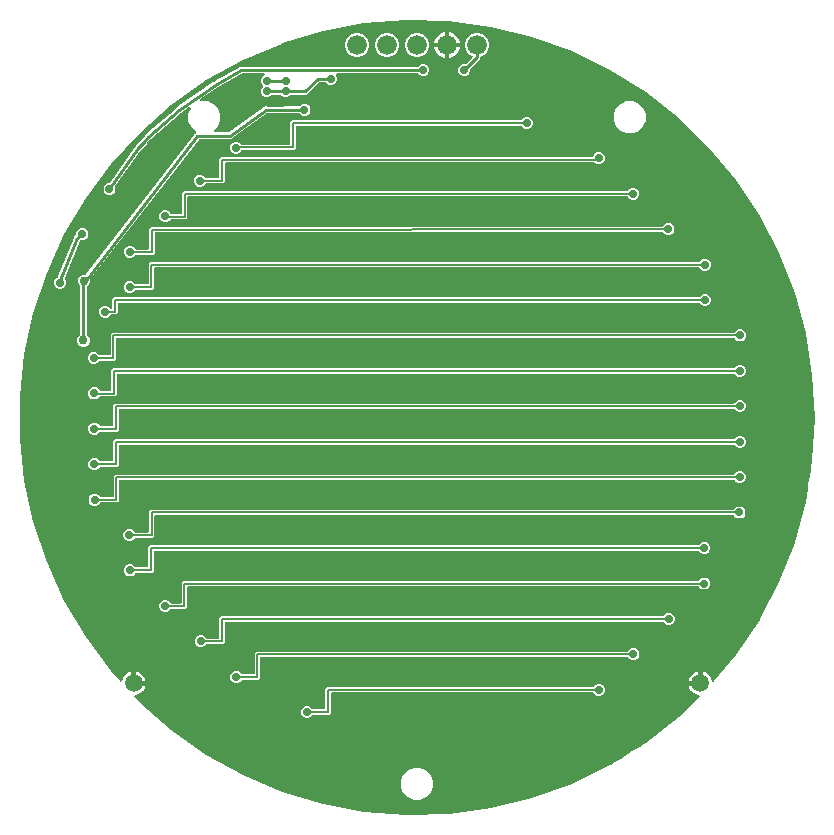
<source format=gbr>
G04 EAGLE Gerber RS-274X export*
G75*
%MOMM*%
%FSLAX34Y34*%
%LPD*%
%INBottom Copper*%
%IPPOS*%
%AMOC8*
5,1,8,0,0,1.08239X$1,22.5*%
G01*
%ADD10C,1.676400*%
%ADD11C,1.500000*%
%ADD12C,0.706400*%
%ADD13C,0.254000*%
%ADD14C,0.756400*%
%ADD15C,0.152400*%

G36*
X366810Y4373D02*
X366810Y4373D01*
X366870Y4383D01*
X366918Y4382D01*
X402333Y9124D01*
X402392Y9141D01*
X402439Y9144D01*
X437150Y17624D01*
X437207Y17647D01*
X437253Y17656D01*
X470866Y29777D01*
X470920Y29806D01*
X470965Y29819D01*
X503099Y45445D01*
X503150Y45479D01*
X503194Y45497D01*
X504346Y46218D01*
X505969Y47234D01*
X507591Y48249D01*
X510836Y50279D01*
X510837Y50279D01*
X512459Y51295D01*
X514082Y52310D01*
X515704Y53325D01*
X515705Y53325D01*
X517327Y54340D01*
X518950Y55356D01*
X522195Y57386D01*
X523817Y58401D01*
X523818Y58401D01*
X525440Y59417D01*
X528685Y61447D01*
X530308Y62462D01*
X531930Y63478D01*
X533484Y64450D01*
X533531Y64489D01*
X533540Y64493D01*
X533543Y64496D01*
X533573Y64512D01*
X561677Y86577D01*
X561720Y86621D01*
X561759Y86648D01*
X578923Y103362D01*
X578984Y103440D01*
X579050Y103512D01*
X579070Y103552D01*
X579097Y103586D01*
X579133Y103678D01*
X579178Y103767D01*
X579186Y103810D01*
X579202Y103851D01*
X579211Y103949D01*
X579229Y104046D01*
X579225Y104090D01*
X579229Y104134D01*
X579211Y104231D01*
X579201Y104329D01*
X579185Y104370D01*
X579177Y104413D01*
X579133Y104501D01*
X579096Y104593D01*
X579069Y104628D01*
X579049Y104667D01*
X578982Y104740D01*
X578922Y104818D01*
X578886Y104844D01*
X578856Y104876D01*
X578772Y104927D01*
X578692Y104985D01*
X578655Y104997D01*
X578613Y105023D01*
X578442Y105069D01*
X578374Y105092D01*
X577649Y105207D01*
X576146Y105695D01*
X574737Y106412D01*
X573459Y107341D01*
X572341Y108459D01*
X571412Y109737D01*
X570695Y111146D01*
X570207Y112649D01*
X570156Y112969D01*
X578984Y112969D01*
X579042Y112977D01*
X579100Y112975D01*
X579182Y112997D01*
X579265Y113009D01*
X579319Y113033D01*
X579375Y113047D01*
X579448Y113090D01*
X579525Y113125D01*
X579569Y113163D01*
X579620Y113193D01*
X579677Y113254D01*
X579742Y113309D01*
X579774Y113357D01*
X579814Y113400D01*
X579853Y113475D01*
X579899Y113545D01*
X579917Y113601D01*
X579944Y113653D01*
X579955Y113721D01*
X579985Y113816D01*
X579988Y113916D01*
X579999Y113984D01*
X579999Y115001D01*
X581016Y115001D01*
X581074Y115009D01*
X581132Y115008D01*
X581214Y115029D01*
X581297Y115041D01*
X581351Y115065D01*
X581407Y115079D01*
X581480Y115122D01*
X581557Y115157D01*
X581601Y115195D01*
X581652Y115225D01*
X581709Y115286D01*
X581774Y115341D01*
X581806Y115389D01*
X581846Y115432D01*
X581885Y115507D01*
X581931Y115577D01*
X581949Y115633D01*
X581976Y115685D01*
X581987Y115753D01*
X582017Y115848D01*
X582020Y115948D01*
X582031Y116016D01*
X582031Y124844D01*
X582351Y124793D01*
X583854Y124305D01*
X585263Y123588D01*
X586541Y122659D01*
X587659Y121541D01*
X588588Y120263D01*
X589305Y118854D01*
X589793Y117351D01*
X589821Y117178D01*
X589862Y117045D01*
X589902Y116912D01*
X589903Y116909D01*
X589904Y116906D01*
X589981Y116789D01*
X590055Y116673D01*
X590058Y116671D01*
X590060Y116668D01*
X590165Y116577D01*
X590270Y116486D01*
X590273Y116484D01*
X590275Y116482D01*
X590402Y116424D01*
X590527Y116366D01*
X590530Y116365D01*
X590533Y116364D01*
X590673Y116343D01*
X590808Y116321D01*
X590811Y116322D01*
X590815Y116321D01*
X590952Y116340D01*
X591090Y116357D01*
X591093Y116358D01*
X591096Y116359D01*
X591222Y116414D01*
X591351Y116469D01*
X591354Y116471D01*
X591357Y116473D01*
X591575Y116654D01*
X591590Y116675D01*
X591605Y116689D01*
X610237Y139162D01*
X610269Y139214D01*
X610302Y139249D01*
X630054Y169025D01*
X630081Y169080D01*
X630109Y169118D01*
X646585Y200824D01*
X646605Y200882D01*
X646629Y200922D01*
X659641Y234200D01*
X659655Y234260D01*
X659675Y234303D01*
X669076Y268776D01*
X669084Y268836D01*
X669099Y268881D01*
X669813Y273310D01*
X670958Y280417D01*
X671448Y283463D01*
X672103Y287524D01*
X672593Y290569D01*
X672593Y290570D01*
X673248Y294631D01*
X673738Y297676D01*
X673738Y297677D01*
X674782Y304151D01*
X674782Y304152D01*
X674783Y304158D01*
X674784Y304219D01*
X674794Y304265D01*
X676696Y339946D01*
X676690Y340007D01*
X676696Y340054D01*
X674794Y375735D01*
X674782Y375795D01*
X674783Y375842D01*
X669099Y411119D01*
X669081Y411177D01*
X669076Y411224D01*
X659675Y445697D01*
X659651Y445753D01*
X659641Y445800D01*
X646629Y479078D01*
X646599Y479131D01*
X646585Y479176D01*
X630109Y510882D01*
X630074Y510932D01*
X630054Y510975D01*
X610302Y540751D01*
X610261Y540797D01*
X610237Y540838D01*
X587432Y568345D01*
X587387Y568386D01*
X587359Y568424D01*
X561759Y593352D01*
X561709Y593388D01*
X561677Y593423D01*
X533573Y615488D01*
X533520Y615519D01*
X533484Y615550D01*
X503194Y634503D01*
X503138Y634528D01*
X503099Y634555D01*
X470965Y650181D01*
X470907Y650200D01*
X470866Y650223D01*
X437253Y662344D01*
X437193Y662357D01*
X437150Y662376D01*
X402439Y670856D01*
X402378Y670862D01*
X402333Y670876D01*
X366917Y675618D01*
X366856Y675618D01*
X366810Y675627D01*
X331091Y676578D01*
X331030Y676571D01*
X330983Y676575D01*
X295365Y673724D01*
X295306Y673711D01*
X295258Y673710D01*
X260146Y667089D01*
X260088Y667070D01*
X260041Y667064D01*
X225830Y656748D01*
X225775Y656723D01*
X225729Y656712D01*
X192809Y642818D01*
X192756Y642787D01*
X192712Y642771D01*
X161455Y625457D01*
X161406Y625420D01*
X161364Y625400D01*
X132125Y604862D01*
X132080Y604820D01*
X132040Y604795D01*
X105149Y581266D01*
X105109Y581219D01*
X105072Y581190D01*
X80835Y554936D01*
X80800Y554885D01*
X80766Y554853D01*
X59457Y526171D01*
X59427Y526117D01*
X59397Y526080D01*
X41257Y495296D01*
X41243Y495262D01*
X41229Y495242D01*
X41224Y495225D01*
X41207Y495200D01*
X26443Y462662D01*
X26425Y462603D01*
X26403Y462561D01*
X15181Y428638D01*
X15170Y428577D01*
X15152Y428533D01*
X7599Y393609D01*
X7595Y393548D01*
X7582Y393503D01*
X3784Y357974D01*
X3786Y357912D01*
X3778Y357866D01*
X3778Y322134D01*
X3787Y322074D01*
X3784Y322026D01*
X7582Y286497D01*
X7597Y286438D01*
X7599Y286391D01*
X15152Y251467D01*
X15174Y251409D01*
X15181Y251362D01*
X26403Y217439D01*
X26431Y217384D01*
X26443Y217338D01*
X41207Y184800D01*
X41240Y184748D01*
X41257Y184704D01*
X59397Y153920D01*
X59435Y153872D01*
X59457Y153829D01*
X80766Y125147D01*
X80809Y125104D01*
X80835Y125064D01*
X88456Y116809D01*
X88543Y116738D01*
X88625Y116662D01*
X88652Y116648D01*
X88676Y116629D01*
X88779Y116585D01*
X88879Y116535D01*
X88909Y116529D01*
X88937Y116517D01*
X89049Y116503D01*
X89159Y116483D01*
X89189Y116486D01*
X89220Y116482D01*
X89330Y116500D01*
X89442Y116511D01*
X89470Y116522D01*
X89500Y116527D01*
X89602Y116575D01*
X89706Y116616D01*
X89730Y116635D01*
X89758Y116648D01*
X89842Y116722D01*
X89931Y116791D01*
X89949Y116815D01*
X89971Y116835D01*
X90032Y116930D01*
X90098Y117020D01*
X90107Y117046D01*
X90125Y117075D01*
X90194Y117306D01*
X90205Y117339D01*
X90207Y117351D01*
X90695Y118854D01*
X91412Y120263D01*
X92341Y121541D01*
X93459Y122659D01*
X94737Y123588D01*
X96146Y124305D01*
X97649Y124793D01*
X97969Y124844D01*
X97969Y116016D01*
X97977Y115958D01*
X97975Y115900D01*
X97997Y115818D01*
X98009Y115735D01*
X98033Y115681D01*
X98047Y115625D01*
X98090Y115552D01*
X98125Y115475D01*
X98163Y115431D01*
X98193Y115380D01*
X98254Y115323D01*
X98309Y115258D01*
X98357Y115226D01*
X98400Y115186D01*
X98475Y115147D01*
X98545Y115101D01*
X98601Y115083D01*
X98653Y115056D01*
X98721Y115045D01*
X98816Y115015D01*
X98916Y115012D01*
X98984Y115001D01*
X100001Y115001D01*
X100001Y113984D01*
X100009Y113926D01*
X100008Y113868D01*
X100029Y113786D01*
X100041Y113703D01*
X100065Y113649D01*
X100079Y113593D01*
X100122Y113520D01*
X100157Y113443D01*
X100195Y113398D01*
X100225Y113348D01*
X100286Y113290D01*
X100341Y113226D01*
X100389Y113194D01*
X100432Y113154D01*
X100507Y113115D01*
X100577Y113069D01*
X100633Y113051D01*
X100685Y113024D01*
X100753Y113013D01*
X100848Y112983D01*
X100948Y112980D01*
X101016Y112969D01*
X109844Y112969D01*
X109793Y112649D01*
X109305Y111146D01*
X108588Y109737D01*
X107659Y108459D01*
X106541Y107341D01*
X105263Y106412D01*
X103854Y105695D01*
X102351Y105207D01*
X101447Y105063D01*
X101378Y105042D01*
X101307Y105031D01*
X101243Y105001D01*
X101175Y104980D01*
X101115Y104941D01*
X101050Y104910D01*
X100997Y104863D01*
X100937Y104825D01*
X100890Y104770D01*
X100836Y104723D01*
X100798Y104663D01*
X100752Y104609D01*
X100722Y104544D01*
X100683Y104483D01*
X100663Y104415D01*
X100633Y104351D01*
X100622Y104280D01*
X100602Y104211D01*
X100601Y104140D01*
X100591Y104070D01*
X100600Y103998D01*
X100600Y103927D01*
X100619Y103858D01*
X100628Y103788D01*
X100657Y103722D01*
X100676Y103653D01*
X100709Y103602D01*
X100742Y103527D01*
X100819Y103435D01*
X100860Y103372D01*
X105072Y98810D01*
X105119Y98771D01*
X105149Y98734D01*
X132040Y75205D01*
X132091Y75171D01*
X132125Y75138D01*
X161364Y54600D01*
X161418Y54572D01*
X161455Y54543D01*
X192712Y37229D01*
X192769Y37207D01*
X192809Y37182D01*
X225729Y23288D01*
X225788Y23273D01*
X225831Y23252D01*
X260041Y12936D01*
X260101Y12927D01*
X260146Y12911D01*
X295258Y6290D01*
X295320Y6287D01*
X295365Y6276D01*
X330983Y3425D01*
X331044Y3429D01*
X331091Y3422D01*
X366810Y4373D01*
G37*
%LPC*%
G36*
X56382Y399996D02*
X56382Y399996D01*
X54431Y400804D01*
X52938Y402297D01*
X52130Y404247D01*
X52130Y406358D01*
X52938Y408309D01*
X54500Y409870D01*
X54552Y409940D01*
X54612Y410004D01*
X54638Y410053D01*
X54671Y410098D01*
X54702Y410179D01*
X54742Y410257D01*
X54750Y410305D01*
X54772Y410363D01*
X54784Y410511D01*
X54797Y410588D01*
X54797Y451037D01*
X54785Y451124D01*
X54782Y451211D01*
X54765Y451264D01*
X54757Y451319D01*
X54722Y451399D01*
X54695Y451482D01*
X54667Y451521D01*
X54641Y451578D01*
X54545Y451692D01*
X54500Y451755D01*
X53483Y452772D01*
X52675Y454723D01*
X52675Y456834D01*
X53483Y458784D01*
X54975Y460277D01*
X56926Y461085D01*
X59080Y461085D01*
X59089Y461086D01*
X59099Y461085D01*
X59230Y461106D01*
X59361Y461125D01*
X59370Y461129D01*
X59380Y461130D01*
X59500Y461187D01*
X59621Y461241D01*
X59628Y461247D01*
X59637Y461251D01*
X59678Y461290D01*
X59838Y461425D01*
X59860Y461458D01*
X59883Y461479D01*
X150954Y579280D01*
X150965Y579300D01*
X150981Y579317D01*
X151035Y579423D01*
X151094Y579527D01*
X151100Y579549D01*
X151110Y579570D01*
X151123Y579645D01*
X151145Y579737D01*
X151813Y580405D01*
X151823Y580418D01*
X151829Y580423D01*
X151847Y580450D01*
X151857Y580464D01*
X151898Y580502D01*
X152490Y581267D01*
X152557Y581385D01*
X152626Y581502D01*
X152627Y581509D01*
X152631Y581514D01*
X152663Y581647D01*
X152696Y581778D01*
X152696Y581784D01*
X152697Y581791D01*
X152691Y581927D01*
X152687Y582062D01*
X152685Y582068D01*
X152685Y582075D01*
X152641Y582203D01*
X152599Y582333D01*
X152596Y582337D01*
X152594Y582344D01*
X152432Y582578D01*
X152415Y582591D01*
X152405Y582606D01*
X148521Y586490D01*
X146459Y591467D01*
X146459Y596853D01*
X148413Y601569D01*
X148448Y601705D01*
X148483Y601839D01*
X148483Y601842D01*
X148484Y601845D01*
X148480Y601980D01*
X148476Y602123D01*
X148476Y602126D01*
X148475Y602129D01*
X148434Y602259D01*
X148391Y602394D01*
X148390Y602397D01*
X148389Y602400D01*
X148313Y602513D01*
X148234Y602631D01*
X148232Y602633D01*
X148231Y602636D01*
X148127Y602723D01*
X148018Y602816D01*
X148015Y602817D01*
X148013Y602819D01*
X147888Y602874D01*
X147759Y602933D01*
X147756Y602933D01*
X147753Y602934D01*
X147615Y602953D01*
X147477Y602973D01*
X147474Y602973D01*
X147472Y602973D01*
X147334Y602953D01*
X147196Y602934D01*
X147193Y602933D01*
X147190Y602932D01*
X146931Y602815D01*
X146912Y602799D01*
X146893Y602790D01*
X140323Y598193D01*
X140280Y598152D01*
X140240Y598128D01*
X114459Y575815D01*
X114378Y575723D01*
X114344Y575691D01*
X114334Y575683D01*
X114333Y575681D01*
X114322Y575671D01*
X111685Y572283D01*
X111675Y572265D01*
X111661Y572251D01*
X111604Y572142D01*
X111543Y572036D01*
X111539Y572017D01*
X111529Y571999D01*
X111516Y571926D01*
X111490Y571816D01*
X110827Y571166D01*
X110780Y571104D01*
X110737Y571065D01*
X110164Y570329D01*
X110156Y570326D01*
X110038Y570294D01*
X110021Y570284D01*
X110002Y570278D01*
X109941Y570235D01*
X109795Y570147D01*
X109760Y570109D01*
X109727Y570086D01*
X106116Y566541D01*
X106047Y566450D01*
X105994Y566397D01*
X84669Y535756D01*
X84645Y535708D01*
X84612Y535664D01*
X84581Y535581D01*
X84541Y535502D01*
X84531Y535449D01*
X84512Y535398D01*
X84505Y535310D01*
X84488Y535223D01*
X84494Y535169D01*
X84489Y535115D01*
X84505Y535045D01*
X84515Y534940D01*
X84550Y534852D01*
X84565Y534788D01*
X84707Y534443D01*
X84707Y532432D01*
X83937Y530573D01*
X82515Y529150D01*
X80656Y528381D01*
X78645Y528381D01*
X76786Y529150D01*
X75364Y530573D01*
X74594Y532432D01*
X74594Y534443D01*
X75364Y536302D01*
X76786Y537724D01*
X78645Y538494D01*
X79235Y538494D01*
X79269Y538499D01*
X79304Y538496D01*
X79410Y538519D01*
X79516Y538534D01*
X79548Y538548D01*
X79582Y538556D01*
X79677Y538606D01*
X79776Y538650D01*
X79802Y538673D01*
X79833Y538689D01*
X79888Y538746D01*
X79993Y538834D01*
X80031Y538892D01*
X80068Y538929D01*
X100938Y568917D01*
X101000Y569038D01*
X101062Y569157D01*
X101063Y569164D01*
X101067Y569171D01*
X101119Y569450D01*
X101118Y569467D01*
X101692Y570030D01*
X101762Y570122D01*
X101814Y570175D01*
X102274Y570836D01*
X102381Y570871D01*
X102510Y570912D01*
X102516Y570916D01*
X102523Y570918D01*
X102758Y571078D01*
X102772Y571094D01*
X102785Y571104D01*
X106549Y574799D01*
X106596Y574860D01*
X106639Y574900D01*
X109431Y578487D01*
X109495Y578600D01*
X109563Y578711D01*
X109566Y578722D01*
X109572Y578734D01*
X109640Y579010D01*
X109639Y579025D01*
X109642Y579038D01*
X109642Y579039D01*
X110234Y579551D01*
X110315Y579644D01*
X110371Y579695D01*
X110852Y580313D01*
X110853Y580313D01*
X110978Y580347D01*
X111105Y580379D01*
X111115Y580384D01*
X111128Y580388D01*
X111371Y580535D01*
X111381Y580547D01*
X111392Y580553D01*
X135708Y601598D01*
X135731Y601624D01*
X135760Y601646D01*
X135824Y601731D01*
X135895Y601812D01*
X135910Y601844D01*
X135931Y601872D01*
X135957Y601946D01*
X135967Y601966D01*
X136797Y602547D01*
X136840Y602588D01*
X136880Y602612D01*
X137641Y603271D01*
X137695Y603274D01*
X137728Y603286D01*
X137763Y603291D01*
X137834Y603325D01*
X137962Y603372D01*
X138019Y603413D01*
X138066Y603436D01*
X167578Y624086D01*
X167606Y624113D01*
X167639Y624133D01*
X167710Y624209D01*
X167786Y624280D01*
X167806Y624313D01*
X167832Y624342D01*
X167865Y624412D01*
X167866Y624415D01*
X168765Y624923D01*
X168809Y624957D01*
X168848Y624975D01*
X169686Y625561D01*
X169724Y625560D01*
X169762Y625570D01*
X169800Y625571D01*
X169874Y625598D01*
X170000Y625629D01*
X170064Y625667D01*
X170116Y625686D01*
X188963Y636328D01*
X189151Y636472D01*
X189182Y636494D01*
X189632Y636945D01*
X189789Y636945D01*
X189880Y636958D01*
X189972Y636961D01*
X190014Y636977D01*
X190070Y636985D01*
X190216Y637050D01*
X190288Y637076D01*
X190424Y637153D01*
X191038Y636982D01*
X191274Y636951D01*
X191310Y636945D01*
X340523Y636945D01*
X340610Y636957D01*
X340697Y636960D01*
X340750Y636977D01*
X340804Y636985D01*
X340884Y637020D01*
X340967Y637047D01*
X341007Y637075D01*
X341064Y637101D01*
X341177Y637197D01*
X341241Y637242D01*
X342436Y638437D01*
X344294Y639207D01*
X346306Y639207D01*
X348164Y638437D01*
X349587Y637014D01*
X350357Y635156D01*
X350357Y633144D01*
X349587Y631286D01*
X348164Y629863D01*
X346306Y629093D01*
X344294Y629093D01*
X342436Y629863D01*
X341241Y631058D01*
X341171Y631110D01*
X341107Y631170D01*
X341058Y631196D01*
X341014Y631229D01*
X340932Y631260D01*
X340854Y631300D01*
X340806Y631308D01*
X340748Y631330D01*
X340600Y631342D01*
X340523Y631355D01*
X272126Y631355D01*
X272012Y631339D01*
X271898Y631329D01*
X271872Y631319D01*
X271844Y631315D01*
X271739Y631268D01*
X271632Y631227D01*
X271610Y631211D01*
X271585Y631199D01*
X271497Y631125D01*
X271406Y631056D01*
X271389Y631033D01*
X271368Y631016D01*
X271304Y630920D01*
X271235Y630828D01*
X271226Y630802D01*
X271210Y630779D01*
X271176Y630669D01*
X271135Y630562D01*
X271133Y630534D01*
X271124Y630508D01*
X271121Y630393D01*
X271112Y630279D01*
X271118Y630254D01*
X271117Y630224D01*
X271184Y629967D01*
X271188Y629951D01*
X272034Y627909D01*
X272034Y625897D01*
X271264Y624039D01*
X269841Y622616D01*
X267983Y621846D01*
X265971Y621846D01*
X264113Y622616D01*
X262918Y623811D01*
X262848Y623864D01*
X262784Y623924D01*
X262735Y623949D01*
X262691Y623982D01*
X262609Y624013D01*
X262531Y624053D01*
X262483Y624061D01*
X262425Y624083D01*
X262277Y624096D01*
X262200Y624108D01*
X257768Y624108D01*
X257682Y624096D01*
X257594Y624093D01*
X257542Y624076D01*
X257487Y624069D01*
X257407Y624033D01*
X257324Y624006D01*
X257285Y623978D01*
X257227Y623952D01*
X257114Y623857D01*
X257051Y623811D01*
X246680Y613440D01*
X233654Y613440D01*
X233567Y613428D01*
X233480Y613425D01*
X233427Y613408D01*
X233373Y613401D01*
X233293Y613365D01*
X233210Y613338D01*
X233170Y613310D01*
X233113Y613284D01*
X233000Y613189D01*
X232936Y613143D01*
X231741Y611948D01*
X229883Y611178D01*
X227871Y611178D01*
X226013Y611948D01*
X224818Y613143D01*
X224748Y613196D01*
X224684Y613256D01*
X224635Y613281D01*
X224591Y613314D01*
X224509Y613345D01*
X224431Y613385D01*
X224383Y613393D01*
X224325Y613415D01*
X224177Y613428D01*
X224100Y613440D01*
X217652Y613440D01*
X217565Y613428D01*
X217478Y613425D01*
X217425Y613408D01*
X217371Y613401D01*
X217291Y613365D01*
X217208Y613338D01*
X217168Y613310D01*
X217111Y613284D01*
X216998Y613189D01*
X216934Y613143D01*
X215739Y611948D01*
X213881Y611178D01*
X211869Y611178D01*
X210011Y611948D01*
X208588Y613371D01*
X207818Y615229D01*
X207818Y617241D01*
X208588Y619100D01*
X209387Y619899D01*
X209422Y619946D01*
X209465Y619986D01*
X209508Y620059D01*
X209558Y620126D01*
X209579Y620181D01*
X209609Y620231D01*
X209629Y620313D01*
X209659Y620392D01*
X209664Y620450D01*
X209679Y620507D01*
X209676Y620591D01*
X209683Y620675D01*
X209671Y620732D01*
X209670Y620791D01*
X209644Y620871D01*
X209627Y620954D01*
X209600Y621006D01*
X209582Y621061D01*
X209542Y621118D01*
X209496Y621206D01*
X209427Y621278D01*
X209387Y621335D01*
X208588Y622134D01*
X207818Y623992D01*
X207818Y626004D01*
X208588Y627863D01*
X210011Y629285D01*
X210293Y629402D01*
X210367Y629446D01*
X210445Y629481D01*
X210489Y629518D01*
X210538Y629547D01*
X210597Y629609D01*
X210662Y629665D01*
X210694Y629712D01*
X210733Y629753D01*
X210772Y629830D01*
X210820Y629901D01*
X210837Y629955D01*
X210863Y630006D01*
X210880Y630090D01*
X210906Y630172D01*
X210907Y630229D01*
X210918Y630285D01*
X210911Y630370D01*
X210913Y630456D01*
X210899Y630511D01*
X210894Y630568D01*
X210863Y630648D01*
X210841Y630731D01*
X210812Y630780D01*
X210792Y630833D01*
X210740Y630902D01*
X210696Y630976D01*
X210654Y631015D01*
X210620Y631060D01*
X210551Y631112D01*
X210489Y631170D01*
X210438Y631196D01*
X210392Y631230D01*
X210312Y631261D01*
X210235Y631300D01*
X210187Y631308D01*
X210126Y631331D01*
X209982Y631342D01*
X209904Y631355D01*
X191791Y631355D01*
X191700Y631342D01*
X191608Y631339D01*
X191566Y631323D01*
X191510Y631315D01*
X191365Y631250D01*
X191292Y631224D01*
X171835Y620237D01*
X171791Y620203D01*
X171752Y620185D01*
X156550Y609548D01*
X156464Y609467D01*
X156375Y609391D01*
X156361Y609371D01*
X156343Y609354D01*
X156282Y609253D01*
X156217Y609155D01*
X156210Y609131D01*
X156197Y609110D01*
X156167Y608996D01*
X156131Y608884D01*
X156131Y608859D01*
X156124Y608835D01*
X156127Y608717D01*
X156124Y608600D01*
X156130Y608576D01*
X156131Y608551D01*
X156166Y608438D01*
X156196Y608325D01*
X156208Y608303D01*
X156216Y608279D01*
X156281Y608181D01*
X156341Y608080D01*
X156359Y608063D01*
X156373Y608042D01*
X156462Y607966D01*
X156548Y607886D01*
X156571Y607874D01*
X156589Y607858D01*
X156697Y607810D01*
X156801Y607756D01*
X156824Y607753D01*
X156849Y607741D01*
X157130Y607701D01*
X157131Y607701D01*
X157133Y607701D01*
X162693Y607701D01*
X167670Y605639D01*
X171479Y601830D01*
X173541Y596853D01*
X173541Y591467D01*
X171479Y586490D01*
X168117Y583128D01*
X168100Y583104D01*
X168077Y583085D01*
X168015Y582991D01*
X167946Y582901D01*
X167936Y582873D01*
X167920Y582849D01*
X167886Y582741D01*
X167845Y582635D01*
X167843Y582606D01*
X167834Y582578D01*
X167831Y582464D01*
X167822Y582352D01*
X167827Y582323D01*
X167827Y582294D01*
X167855Y582184D01*
X167878Y582073D01*
X167891Y582047D01*
X167898Y582019D01*
X167956Y581921D01*
X168009Y581821D01*
X168029Y581799D01*
X168044Y581774D01*
X168126Y581697D01*
X168204Y581615D01*
X168230Y581600D01*
X168251Y581580D01*
X168352Y581528D01*
X168450Y581471D01*
X168478Y581464D01*
X168504Y581450D01*
X168582Y581437D01*
X168725Y581401D01*
X168788Y581403D01*
X168835Y581395D01*
X180212Y581395D01*
X180216Y581395D01*
X180220Y581395D01*
X180358Y581415D01*
X180494Y581435D01*
X180497Y581436D01*
X180501Y581437D01*
X180529Y581450D01*
X180753Y581551D01*
X180778Y581572D01*
X180803Y581584D01*
X210321Y602681D01*
X210392Y602749D01*
X210448Y602789D01*
X211054Y603395D01*
X211124Y603406D01*
X211262Y603425D01*
X211265Y603427D01*
X211269Y603427D01*
X211297Y603441D01*
X211514Y603538D01*
X212350Y603399D01*
X212449Y603397D01*
X212517Y603385D01*
X213431Y603385D01*
X213492Y603362D01*
X213573Y603321D01*
X213618Y603314D01*
X213672Y603293D01*
X213829Y603280D01*
X213905Y603268D01*
X239945Y603461D01*
X240028Y603473D01*
X240112Y603476D01*
X240168Y603494D01*
X240226Y603503D01*
X240303Y603537D01*
X240382Y603563D01*
X240424Y603593D01*
X240485Y603621D01*
X240592Y603712D01*
X240656Y603758D01*
X241886Y604988D01*
X243745Y605758D01*
X245756Y605758D01*
X247615Y604988D01*
X249037Y603566D01*
X249807Y601707D01*
X249807Y599696D01*
X249037Y597837D01*
X247615Y596415D01*
X245756Y595645D01*
X243745Y595645D01*
X241886Y596415D01*
X240726Y597574D01*
X240654Y597629D01*
X240587Y597691D01*
X240541Y597714D01*
X240499Y597745D01*
X240414Y597778D01*
X240333Y597818D01*
X240288Y597826D01*
X240234Y597846D01*
X240077Y597859D01*
X240001Y597871D01*
X213913Y597678D01*
X213835Y597667D01*
X213243Y597667D01*
X213239Y597666D01*
X213235Y597667D01*
X213097Y597646D01*
X212961Y597627D01*
X212958Y597625D01*
X212954Y597625D01*
X212926Y597611D01*
X212702Y597511D01*
X212677Y597489D01*
X212653Y597477D01*
X183315Y576509D01*
X183243Y576441D01*
X183187Y576401D01*
X182582Y575795D01*
X182512Y575785D01*
X182374Y575765D01*
X182370Y575764D01*
X182367Y575763D01*
X182339Y575750D01*
X182122Y575652D01*
X181286Y575791D01*
X181187Y575794D01*
X181119Y575805D01*
X179856Y575805D01*
X155831Y575805D01*
X155821Y575804D01*
X155812Y575805D01*
X155681Y575784D01*
X155549Y575765D01*
X155541Y575762D01*
X155531Y575760D01*
X155411Y575704D01*
X155290Y575649D01*
X155283Y575643D01*
X155274Y575639D01*
X155233Y575601D01*
X155073Y575466D01*
X155051Y575433D01*
X155028Y575411D01*
X63500Y457020D01*
X63489Y457000D01*
X63473Y456983D01*
X63419Y456876D01*
X63360Y456772D01*
X63354Y456750D01*
X63344Y456730D01*
X63331Y456655D01*
X63293Y456496D01*
X63295Y456441D01*
X63288Y456399D01*
X63288Y454723D01*
X62480Y452772D01*
X60977Y451269D01*
X60893Y451219D01*
X60769Y451146D01*
X60767Y451145D01*
X60766Y451144D01*
X60671Y451042D01*
X60573Y450939D01*
X60573Y450938D01*
X60572Y450937D01*
X60509Y450815D01*
X60443Y450686D01*
X60443Y450685D01*
X60442Y450683D01*
X60440Y450669D01*
X60388Y450408D01*
X60391Y450377D01*
X60387Y450352D01*
X60387Y411607D01*
X60397Y411537D01*
X60397Y411465D01*
X60416Y411397D01*
X60426Y411326D01*
X60428Y411323D01*
X60395Y410304D01*
X60406Y410201D01*
X60409Y410097D01*
X60421Y410060D01*
X60425Y410021D01*
X60465Y409925D01*
X60497Y409827D01*
X60517Y409799D01*
X60533Y409758D01*
X60655Y409605D01*
X60692Y409553D01*
X61936Y408309D01*
X62744Y406358D01*
X62744Y404247D01*
X61936Y402297D01*
X60443Y400804D01*
X58493Y399996D01*
X56382Y399996D01*
G37*
%LPD*%
%LPC*%
G36*
X65192Y385477D02*
X65192Y385477D01*
X63334Y386247D01*
X61911Y387670D01*
X61141Y389528D01*
X61141Y391540D01*
X61911Y393399D01*
X63334Y394821D01*
X65192Y395591D01*
X67204Y395591D01*
X69063Y394821D01*
X70485Y393399D01*
X70550Y393241D01*
X70551Y393239D01*
X70552Y393238D01*
X70622Y393119D01*
X70695Y392996D01*
X70696Y392995D01*
X70697Y392993D01*
X70801Y392896D01*
X70901Y392801D01*
X70903Y392800D01*
X70904Y392799D01*
X71028Y392736D01*
X71154Y392671D01*
X71156Y392670D01*
X71157Y392670D01*
X71172Y392667D01*
X71433Y392616D01*
X71464Y392618D01*
X71488Y392614D01*
X79542Y392614D01*
X79600Y392622D01*
X79658Y392621D01*
X79740Y392642D01*
X79823Y392654D01*
X79877Y392678D01*
X79933Y392693D01*
X80006Y392736D01*
X80083Y392770D01*
X80127Y392808D01*
X80178Y392838D01*
X80235Y392899D01*
X80300Y392954D01*
X80332Y393002D01*
X80372Y393045D01*
X80410Y393120D01*
X80457Y393190D01*
X80475Y393246D01*
X80501Y393298D01*
X80513Y393366D01*
X80543Y393461D01*
X80546Y393561D01*
X80557Y393629D01*
X80557Y410496D01*
X81896Y411835D01*
X608340Y411835D01*
X608342Y411835D01*
X608344Y411835D01*
X608487Y411856D01*
X608622Y411875D01*
X608623Y411876D01*
X608625Y411876D01*
X608755Y411935D01*
X608881Y411991D01*
X608882Y411992D01*
X608884Y411993D01*
X608990Y412083D01*
X609098Y412175D01*
X609099Y412176D01*
X609100Y412177D01*
X609109Y412191D01*
X609254Y412409D01*
X610680Y413835D01*
X612539Y414605D01*
X614551Y414605D01*
X616409Y413835D01*
X617832Y412413D01*
X618601Y410554D01*
X618601Y408543D01*
X617832Y406684D01*
X616409Y405262D01*
X614551Y404492D01*
X612539Y404492D01*
X610680Y405262D01*
X609237Y406704D01*
X609206Y406758D01*
X609134Y406880D01*
X609133Y406881D01*
X609132Y406882D01*
X609027Y406981D01*
X608927Y407075D01*
X608926Y407076D01*
X608924Y407077D01*
X608797Y407142D01*
X608674Y407205D01*
X608673Y407205D01*
X608671Y407206D01*
X608656Y407209D01*
X608396Y407260D01*
X608365Y407258D01*
X608340Y407262D01*
X86146Y407262D01*
X86088Y407253D01*
X86029Y407255D01*
X85948Y407234D01*
X85864Y407222D01*
X85811Y407198D01*
X85754Y407183D01*
X85682Y407140D01*
X85605Y407106D01*
X85560Y407068D01*
X85510Y407038D01*
X85452Y406976D01*
X85388Y406922D01*
X85355Y406873D01*
X85315Y406831D01*
X85277Y406755D01*
X85230Y406685D01*
X85213Y406629D01*
X85186Y406577D01*
X85175Y406509D01*
X85144Y406414D01*
X85142Y406314D01*
X85130Y406246D01*
X85130Y389380D01*
X83791Y388041D01*
X71276Y388041D01*
X71190Y388028D01*
X71102Y388026D01*
X71049Y388008D01*
X70995Y388001D01*
X70915Y387965D01*
X70832Y387938D01*
X70792Y387910D01*
X70735Y387884D01*
X70622Y387789D01*
X70558Y387743D01*
X69062Y386247D01*
X67204Y385477D01*
X65192Y385477D01*
G37*
%LPD*%
%LPC*%
G36*
X65802Y355377D02*
X65802Y355377D01*
X63943Y356147D01*
X62521Y357569D01*
X61751Y359428D01*
X61751Y361439D01*
X62521Y363298D01*
X63943Y364720D01*
X65802Y365490D01*
X67814Y365490D01*
X69672Y364720D01*
X71095Y363298D01*
X71107Y363267D01*
X71108Y363266D01*
X71109Y363264D01*
X71179Y363147D01*
X71252Y363023D01*
X71253Y363021D01*
X71254Y363020D01*
X71358Y362922D01*
X71459Y362827D01*
X71460Y362827D01*
X71461Y362826D01*
X71588Y362760D01*
X71711Y362697D01*
X71713Y362697D01*
X71714Y362696D01*
X71730Y362694D01*
X71990Y362642D01*
X72021Y362645D01*
X72045Y362641D01*
X80178Y362641D01*
X80236Y362649D01*
X80295Y362647D01*
X80376Y362669D01*
X80460Y362680D01*
X80513Y362704D01*
X80570Y362719D01*
X80642Y362762D01*
X80719Y362797D01*
X80764Y362835D01*
X80814Y362864D01*
X80872Y362926D01*
X80936Y362980D01*
X80969Y363029D01*
X81009Y363072D01*
X81047Y363147D01*
X81094Y363217D01*
X81111Y363273D01*
X81138Y363325D01*
X81149Y363393D01*
X81179Y363488D01*
X81182Y363588D01*
X81193Y363656D01*
X81193Y380528D01*
X82533Y381867D01*
X608072Y381867D01*
X608074Y381867D01*
X608075Y381867D01*
X608215Y381887D01*
X608354Y381907D01*
X608355Y381908D01*
X608357Y381908D01*
X608487Y381967D01*
X608613Y382023D01*
X608614Y382024D01*
X608616Y382025D01*
X608726Y382119D01*
X608830Y382207D01*
X608831Y382208D01*
X608832Y382209D01*
X608841Y382222D01*
X608986Y382441D01*
X610412Y383867D01*
X612271Y384637D01*
X614283Y384637D01*
X616141Y383867D01*
X617564Y382445D01*
X618334Y380586D01*
X618334Y378575D01*
X617564Y376716D01*
X616141Y375293D01*
X614283Y374524D01*
X612271Y374524D01*
X610412Y375293D01*
X608969Y376736D01*
X608939Y376788D01*
X608866Y376912D01*
X608865Y376913D01*
X608864Y376914D01*
X608760Y377012D01*
X608659Y377107D01*
X608658Y377108D01*
X608657Y377109D01*
X608531Y377173D01*
X608406Y377237D01*
X608405Y377237D01*
X608403Y377238D01*
X608388Y377241D01*
X608127Y377292D01*
X608097Y377289D01*
X608072Y377294D01*
X86782Y377294D01*
X86724Y377285D01*
X86666Y377287D01*
X86584Y377266D01*
X86501Y377254D01*
X86447Y377230D01*
X86391Y377215D01*
X86318Y377172D01*
X86241Y377138D01*
X86197Y377100D01*
X86146Y377070D01*
X86089Y377008D01*
X86024Y376954D01*
X85992Y376905D01*
X85952Y376863D01*
X85913Y376787D01*
X85867Y376717D01*
X85849Y376661D01*
X85822Y376609D01*
X85811Y376541D01*
X85781Y376446D01*
X85778Y376346D01*
X85767Y376278D01*
X85767Y359407D01*
X84427Y358067D01*
X71979Y358067D01*
X71978Y358067D01*
X71976Y358067D01*
X71835Y358047D01*
X71698Y358027D01*
X71696Y358027D01*
X71695Y358026D01*
X71566Y357968D01*
X71438Y357911D01*
X71437Y357910D01*
X71436Y357909D01*
X71326Y357816D01*
X71221Y357727D01*
X71221Y357726D01*
X71219Y357725D01*
X71211Y357711D01*
X71159Y357633D01*
X69672Y356147D01*
X67814Y355377D01*
X65802Y355377D01*
G37*
%LPD*%
%LPC*%
G36*
X65883Y325443D02*
X65883Y325443D01*
X64025Y326212D01*
X62602Y327635D01*
X61832Y329493D01*
X61832Y331505D01*
X62602Y333364D01*
X64025Y334786D01*
X65883Y335556D01*
X67895Y335556D01*
X69754Y334786D01*
X71197Y333343D01*
X71227Y333292D01*
X71300Y333168D01*
X71301Y333167D01*
X71302Y333165D01*
X71406Y333068D01*
X71507Y332973D01*
X71508Y332972D01*
X71510Y332971D01*
X71635Y332907D01*
X71760Y332843D01*
X71761Y332842D01*
X71763Y332842D01*
X71778Y332839D01*
X72039Y332788D01*
X72069Y332790D01*
X72094Y332786D01*
X82029Y332786D01*
X82087Y332794D01*
X82146Y332793D01*
X82227Y332814D01*
X82311Y332826D01*
X82364Y332850D01*
X82421Y332865D01*
X82493Y332908D01*
X82570Y332942D01*
X82615Y332980D01*
X82665Y333010D01*
X82723Y333071D01*
X82787Y333126D01*
X82820Y333174D01*
X82860Y333217D01*
X82898Y333292D01*
X82945Y333362D01*
X82963Y333418D01*
X82989Y333470D01*
X83001Y333538D01*
X83031Y333633D01*
X83033Y333733D01*
X83045Y333801D01*
X83045Y350550D01*
X84384Y351889D01*
X608179Y351889D01*
X608180Y351889D01*
X608182Y351889D01*
X608321Y351909D01*
X608460Y351929D01*
X608462Y351930D01*
X608463Y351930D01*
X608593Y351989D01*
X608720Y352045D01*
X608721Y352046D01*
X608722Y352047D01*
X608832Y352141D01*
X608937Y352229D01*
X608938Y352230D01*
X608939Y352231D01*
X608947Y352244D01*
X609093Y352463D01*
X610519Y353889D01*
X612378Y354659D01*
X614389Y354659D01*
X616248Y353889D01*
X617670Y352467D01*
X618440Y350608D01*
X618440Y348596D01*
X617670Y346738D01*
X616248Y345315D01*
X614389Y344546D01*
X612378Y344546D01*
X610519Y345315D01*
X609076Y346758D01*
X609045Y346810D01*
X608972Y346934D01*
X608971Y346935D01*
X608970Y346936D01*
X608866Y347034D01*
X608766Y347129D01*
X608764Y347130D01*
X608763Y347131D01*
X608637Y347195D01*
X608513Y347259D01*
X608511Y347259D01*
X608510Y347260D01*
X608495Y347263D01*
X608234Y347314D01*
X608203Y347311D01*
X608179Y347316D01*
X88633Y347316D01*
X88575Y347307D01*
X88517Y347309D01*
X88435Y347288D01*
X88352Y347276D01*
X88298Y347252D01*
X88242Y347237D01*
X88169Y347194D01*
X88092Y347159D01*
X88048Y347122D01*
X87998Y347092D01*
X87940Y347030D01*
X87875Y346976D01*
X87843Y346927D01*
X87803Y346885D01*
X87765Y346809D01*
X87718Y346739D01*
X87700Y346683D01*
X87674Y346631D01*
X87662Y346563D01*
X87632Y346468D01*
X87629Y346368D01*
X87618Y346300D01*
X87618Y329552D01*
X86279Y328213D01*
X72094Y328213D01*
X72092Y328212D01*
X72091Y328213D01*
X71951Y328192D01*
X71812Y328173D01*
X71811Y328172D01*
X71809Y328172D01*
X71679Y328113D01*
X71553Y328056D01*
X71552Y328055D01*
X71550Y328055D01*
X71440Y327961D01*
X71336Y327873D01*
X71335Y327872D01*
X71334Y327870D01*
X71326Y327857D01*
X71180Y327639D01*
X69754Y326212D01*
X67895Y325443D01*
X65883Y325443D01*
G37*
%LPD*%
%LPC*%
G36*
X65869Y295453D02*
X65869Y295453D01*
X64011Y296222D01*
X62588Y297645D01*
X61819Y299503D01*
X61819Y301515D01*
X62588Y303374D01*
X64011Y304796D01*
X65869Y305566D01*
X67881Y305566D01*
X69740Y304796D01*
X71200Y303336D01*
X71271Y303216D01*
X71272Y303215D01*
X71273Y303214D01*
X71374Y303118D01*
X71477Y303021D01*
X71479Y303020D01*
X71480Y303019D01*
X71601Y302957D01*
X71730Y302891D01*
X71732Y302890D01*
X71733Y302890D01*
X71748Y302887D01*
X72009Y302836D01*
X72039Y302838D01*
X72064Y302834D01*
X81738Y302834D01*
X81796Y302842D01*
X81854Y302841D01*
X81936Y302862D01*
X82019Y302874D01*
X82073Y302898D01*
X82129Y302913D01*
X82202Y302956D01*
X82279Y302990D01*
X82323Y303028D01*
X82374Y303058D01*
X82431Y303119D01*
X82496Y303174D01*
X82528Y303223D01*
X82568Y303265D01*
X82607Y303340D01*
X82653Y303411D01*
X82671Y303466D01*
X82698Y303518D01*
X82709Y303586D01*
X82739Y303682D01*
X82742Y303781D01*
X82753Y303849D01*
X82753Y320400D01*
X84093Y321739D01*
X608181Y321739D01*
X608183Y321739D01*
X608184Y321739D01*
X608324Y321759D01*
X608463Y321779D01*
X608464Y321780D01*
X608466Y321780D01*
X608596Y321839D01*
X608722Y321895D01*
X608723Y321896D01*
X608725Y321897D01*
X608835Y321991D01*
X608939Y322079D01*
X608940Y322080D01*
X608941Y322081D01*
X608949Y322094D01*
X609095Y322313D01*
X610521Y323739D01*
X612380Y324509D01*
X614392Y324509D01*
X616250Y323739D01*
X617673Y322317D01*
X618442Y320458D01*
X618442Y318447D01*
X617673Y316588D01*
X616250Y315165D01*
X614392Y314396D01*
X612380Y314396D01*
X610521Y315165D01*
X609078Y316608D01*
X609048Y316660D01*
X608975Y316784D01*
X608973Y316785D01*
X608973Y316786D01*
X608869Y316884D01*
X608768Y316979D01*
X608767Y316980D01*
X608765Y316981D01*
X608640Y317045D01*
X608515Y317109D01*
X608514Y317109D01*
X608512Y317110D01*
X608497Y317113D01*
X608236Y317164D01*
X608206Y317161D01*
X608181Y317166D01*
X88342Y317166D01*
X88284Y317157D01*
X88225Y317159D01*
X88144Y317138D01*
X88060Y317126D01*
X88007Y317102D01*
X87950Y317087D01*
X87878Y317044D01*
X87801Y317010D01*
X87756Y316972D01*
X87706Y316942D01*
X87648Y316880D01*
X87584Y316826D01*
X87551Y316777D01*
X87511Y316735D01*
X87473Y316659D01*
X87426Y316589D01*
X87409Y316533D01*
X87382Y316481D01*
X87371Y316413D01*
X87340Y316318D01*
X87338Y316218D01*
X87327Y316150D01*
X87327Y299600D01*
X85987Y298261D01*
X72096Y298261D01*
X72094Y298260D01*
X72092Y298261D01*
X71952Y298240D01*
X71814Y298221D01*
X71813Y298220D01*
X71811Y298220D01*
X71680Y298161D01*
X71555Y298105D01*
X71553Y298104D01*
X71552Y298103D01*
X71444Y298011D01*
X71338Y297921D01*
X71337Y297920D01*
X71336Y297919D01*
X71327Y297905D01*
X71180Y297684D01*
X71171Y297655D01*
X71168Y297651D01*
X69740Y296222D01*
X67881Y295453D01*
X65869Y295453D01*
G37*
%LPD*%
%LPC*%
G36*
X66005Y265388D02*
X66005Y265388D01*
X64147Y266158D01*
X62724Y267580D01*
X61954Y269439D01*
X61954Y271451D01*
X62724Y273309D01*
X64147Y274732D01*
X66005Y275502D01*
X68017Y275502D01*
X69876Y274732D01*
X71318Y273289D01*
X71349Y273237D01*
X71422Y273113D01*
X71423Y273112D01*
X71424Y273111D01*
X71528Y273013D01*
X71629Y272918D01*
X71630Y272918D01*
X71631Y272916D01*
X71757Y272852D01*
X71882Y272788D01*
X71883Y272788D01*
X71885Y272787D01*
X71900Y272784D01*
X72161Y272733D01*
X72191Y272736D01*
X72216Y272732D01*
X82227Y272732D01*
X82284Y272740D01*
X82343Y272738D01*
X82424Y272760D01*
X82508Y272771D01*
X82561Y272795D01*
X82618Y272810D01*
X82690Y272853D01*
X82767Y272888D01*
X82812Y272925D01*
X82862Y272955D01*
X82920Y273017D01*
X82984Y273071D01*
X83017Y273120D01*
X83057Y273163D01*
X83095Y273238D01*
X83142Y273308D01*
X83160Y273364D01*
X83186Y273416D01*
X83198Y273484D01*
X83228Y273579D01*
X83230Y273679D01*
X83242Y273747D01*
X83242Y290441D01*
X84581Y291780D01*
X608165Y291780D01*
X608166Y291780D01*
X608168Y291780D01*
X608307Y291800D01*
X608446Y291820D01*
X608448Y291821D01*
X608449Y291821D01*
X608579Y291880D01*
X608706Y291936D01*
X608707Y291937D01*
X608708Y291938D01*
X608818Y292032D01*
X608923Y292120D01*
X608923Y292121D01*
X608925Y292122D01*
X608933Y292135D01*
X609079Y292354D01*
X610505Y293780D01*
X612363Y294550D01*
X614375Y294550D01*
X616234Y293780D01*
X617656Y292358D01*
X618426Y290499D01*
X618426Y288488D01*
X617656Y286629D01*
X616234Y285207D01*
X614375Y284437D01*
X612363Y284437D01*
X610505Y285207D01*
X609062Y286649D01*
X609031Y286701D01*
X608958Y286825D01*
X608957Y286826D01*
X608956Y286827D01*
X608852Y286925D01*
X608751Y287020D01*
X608750Y287021D01*
X608749Y287022D01*
X608623Y287086D01*
X608499Y287150D01*
X608497Y287150D01*
X608496Y287151D01*
X608481Y287154D01*
X608220Y287205D01*
X608189Y287203D01*
X608165Y287207D01*
X88830Y287207D01*
X88773Y287198D01*
X88714Y287200D01*
X88633Y287179D01*
X88549Y287167D01*
X88496Y287143D01*
X88439Y287128D01*
X88367Y287085D01*
X88290Y287051D01*
X88245Y287013D01*
X88195Y286983D01*
X88137Y286921D01*
X88073Y286867D01*
X88040Y286818D01*
X88000Y286776D01*
X87962Y286700D01*
X87915Y286630D01*
X87897Y286574D01*
X87871Y286522D01*
X87859Y286454D01*
X87829Y286359D01*
X87827Y286259D01*
X87815Y286191D01*
X87815Y269498D01*
X86476Y268158D01*
X72216Y268158D01*
X72214Y268158D01*
X72213Y268158D01*
X72073Y268138D01*
X71934Y268118D01*
X71933Y268118D01*
X71931Y268117D01*
X71801Y268059D01*
X71675Y268002D01*
X71674Y268001D01*
X71672Y268000D01*
X71562Y267907D01*
X71458Y267818D01*
X71457Y267817D01*
X71456Y267816D01*
X71447Y267803D01*
X71302Y267584D01*
X69876Y266158D01*
X68017Y265388D01*
X66005Y265388D01*
G37*
%LPD*%
%LPC*%
G36*
X95491Y235519D02*
X95491Y235519D01*
X93633Y236288D01*
X92210Y237711D01*
X91441Y239570D01*
X91441Y241581D01*
X92210Y243440D01*
X93633Y244862D01*
X95491Y245632D01*
X97503Y245632D01*
X99362Y244862D01*
X100784Y243440D01*
X100861Y243254D01*
X100862Y243253D01*
X100862Y243251D01*
X100934Y243130D01*
X101006Y243009D01*
X101007Y243008D01*
X101008Y243007D01*
X101112Y242909D01*
X101212Y242814D01*
X101214Y242813D01*
X101215Y242812D01*
X101339Y242749D01*
X101465Y242684D01*
X101467Y242684D01*
X101468Y242683D01*
X101483Y242680D01*
X101744Y242629D01*
X101774Y242631D01*
X101799Y242627D01*
X111924Y242627D01*
X111982Y242636D01*
X112040Y242634D01*
X112122Y242655D01*
X112205Y242667D01*
X112259Y242691D01*
X112315Y242706D01*
X112388Y242749D01*
X112465Y242783D01*
X112509Y242821D01*
X112559Y242851D01*
X112617Y242913D01*
X112682Y242967D01*
X112714Y243016D01*
X112754Y243058D01*
X112792Y243133D01*
X112839Y243204D01*
X112857Y243260D01*
X112883Y243312D01*
X112895Y243380D01*
X112925Y243475D01*
X112928Y243575D01*
X112939Y243643D01*
X112939Y260599D01*
X114278Y261939D01*
X607847Y261939D01*
X607849Y261939D01*
X607850Y261939D01*
X607990Y261959D01*
X608129Y261979D01*
X608130Y261979D01*
X608132Y261980D01*
X608262Y262038D01*
X608388Y262095D01*
X608389Y262096D01*
X608391Y262097D01*
X608501Y262190D01*
X608605Y262279D01*
X608606Y262280D01*
X608607Y262281D01*
X608615Y262294D01*
X608761Y262513D01*
X610187Y263939D01*
X612046Y264709D01*
X614058Y264709D01*
X615916Y263939D01*
X617339Y262517D01*
X618108Y260658D01*
X618108Y258646D01*
X617339Y256788D01*
X615916Y255365D01*
X614058Y254595D01*
X612046Y254595D01*
X610187Y255365D01*
X608744Y256808D01*
X608714Y256860D01*
X608641Y256984D01*
X608640Y256985D01*
X608639Y256986D01*
X608535Y257084D01*
X608434Y257179D01*
X608433Y257179D01*
X608431Y257181D01*
X608306Y257245D01*
X608181Y257309D01*
X608180Y257309D01*
X608178Y257310D01*
X608163Y257313D01*
X607902Y257364D01*
X607872Y257361D01*
X607847Y257365D01*
X118528Y257365D01*
X118470Y257357D01*
X118411Y257359D01*
X118330Y257337D01*
X118246Y257326D01*
X118193Y257302D01*
X118136Y257287D01*
X118064Y257244D01*
X117987Y257209D01*
X117942Y257172D01*
X117892Y257142D01*
X117834Y257080D01*
X117770Y257026D01*
X117737Y256977D01*
X117697Y256934D01*
X117659Y256859D01*
X117612Y256789D01*
X117594Y256733D01*
X117568Y256681D01*
X117556Y256613D01*
X117526Y256518D01*
X117524Y256418D01*
X117512Y256350D01*
X117512Y239393D01*
X116173Y238054D01*
X101548Y238054D01*
X101461Y238042D01*
X101374Y238039D01*
X101321Y238022D01*
X101266Y238014D01*
X101186Y237978D01*
X101103Y237951D01*
X101064Y237923D01*
X101007Y237898D01*
X100893Y237802D01*
X100830Y237756D01*
X99362Y236288D01*
X97503Y235519D01*
X95491Y235519D01*
G37*
%LPD*%
%LPC*%
G36*
X74954Y424541D02*
X74954Y424541D01*
X73095Y425311D01*
X71673Y426733D01*
X70903Y428592D01*
X70903Y430603D01*
X71673Y432462D01*
X73095Y433884D01*
X74954Y434654D01*
X76966Y434654D01*
X78824Y433884D01*
X80197Y432511D01*
X80221Y432494D01*
X80240Y432471D01*
X80334Y432408D01*
X80425Y432340D01*
X80452Y432330D01*
X80476Y432314D01*
X80584Y432279D01*
X80690Y432239D01*
X80720Y432237D01*
X80747Y432228D01*
X80861Y432225D01*
X80974Y432216D01*
X81002Y432221D01*
X81032Y432221D01*
X81141Y432249D01*
X81252Y432271D01*
X81278Y432285D01*
X81307Y432292D01*
X81404Y432350D01*
X81505Y432402D01*
X81526Y432423D01*
X81551Y432438D01*
X81629Y432520D01*
X81711Y432598D01*
X81726Y432624D01*
X81746Y432645D01*
X81797Y432746D01*
X81854Y432843D01*
X81862Y432872D01*
X81875Y432898D01*
X81888Y432975D01*
X81925Y433119D01*
X81923Y433181D01*
X81931Y433229D01*
X81931Y440526D01*
X83270Y441866D01*
X578713Y441866D01*
X578714Y441866D01*
X578716Y441866D01*
X578855Y441886D01*
X578994Y441906D01*
X578995Y441906D01*
X578997Y441906D01*
X579127Y441965D01*
X579253Y442022D01*
X579255Y442023D01*
X579256Y442023D01*
X579366Y442117D01*
X579470Y442205D01*
X579471Y442207D01*
X579473Y442208D01*
X579481Y442221D01*
X579626Y442440D01*
X581053Y443866D01*
X582911Y444636D01*
X584923Y444636D01*
X586782Y443866D01*
X588204Y442443D01*
X588974Y440585D01*
X588974Y438573D01*
X588204Y436715D01*
X586782Y435292D01*
X584923Y434522D01*
X582911Y434522D01*
X581053Y435292D01*
X579610Y436735D01*
X579579Y436787D01*
X579506Y436910D01*
X579505Y436911D01*
X579504Y436913D01*
X579400Y437010D01*
X579299Y437106D01*
X579298Y437106D01*
X579297Y437107D01*
X579171Y437172D01*
X579047Y437236D01*
X579045Y437236D01*
X579044Y437237D01*
X579029Y437239D01*
X578768Y437291D01*
X578737Y437288D01*
X578713Y437292D01*
X87519Y437292D01*
X87461Y437284D01*
X87403Y437286D01*
X87321Y437264D01*
X87238Y437252D01*
X87184Y437229D01*
X87128Y437214D01*
X87055Y437171D01*
X86978Y437136D01*
X86934Y437098D01*
X86883Y437069D01*
X86826Y437007D01*
X86761Y436953D01*
X86729Y436904D01*
X86689Y436861D01*
X86651Y436786D01*
X86604Y436716D01*
X86586Y436660D01*
X86560Y436608D01*
X86548Y436540D01*
X86518Y436445D01*
X86515Y436345D01*
X86504Y436277D01*
X86504Y431265D01*
X86516Y431179D01*
X86519Y431091D01*
X86536Y431039D01*
X86544Y430984D01*
X86580Y430904D01*
X86607Y430821D01*
X86635Y430782D01*
X86660Y430725D01*
X86677Y430704D01*
X86677Y428650D01*
X85338Y427311D01*
X81164Y427311D01*
X81163Y427311D01*
X81161Y427311D01*
X81022Y427291D01*
X80883Y427271D01*
X80881Y427270D01*
X80880Y427270D01*
X80750Y427211D01*
X80624Y427155D01*
X80622Y427154D01*
X80621Y427153D01*
X80511Y427059D01*
X80407Y426971D01*
X80406Y426970D01*
X80404Y426969D01*
X80396Y426956D01*
X80251Y426737D01*
X78824Y425311D01*
X76966Y424541D01*
X74954Y424541D01*
G37*
%LPD*%
%LPC*%
G36*
X95739Y445361D02*
X95739Y445361D01*
X93881Y446131D01*
X92458Y447553D01*
X91688Y449412D01*
X91688Y451423D01*
X92458Y453282D01*
X93881Y454704D01*
X95739Y455474D01*
X97751Y455474D01*
X99610Y454704D01*
X101053Y453261D01*
X101085Y453207D01*
X101156Y453086D01*
X101157Y453085D01*
X101158Y453084D01*
X101262Y452986D01*
X101363Y452891D01*
X101364Y452890D01*
X101366Y452889D01*
X101491Y452825D01*
X101616Y452761D01*
X101617Y452760D01*
X101619Y452760D01*
X101634Y452757D01*
X101895Y452706D01*
X101925Y452708D01*
X101950Y452704D01*
X111857Y452704D01*
X111915Y452712D01*
X111973Y452711D01*
X112055Y452732D01*
X112138Y452744D01*
X112192Y452768D01*
X112248Y452783D01*
X112321Y452826D01*
X112398Y452860D01*
X112442Y452898D01*
X112493Y452928D01*
X112550Y452990D01*
X112615Y453044D01*
X112647Y453093D01*
X112687Y453135D01*
X112726Y453210D01*
X112772Y453281D01*
X112790Y453336D01*
X112817Y453388D01*
X112828Y453456D01*
X112858Y453552D01*
X112861Y453651D01*
X112872Y453719D01*
X112872Y470417D01*
X114212Y471757D01*
X578332Y471757D01*
X578334Y471757D01*
X578335Y471757D01*
X578475Y471777D01*
X578614Y471797D01*
X578615Y471797D01*
X578617Y471798D01*
X578747Y471856D01*
X578873Y471913D01*
X578874Y471914D01*
X578876Y471915D01*
X578986Y472008D01*
X579090Y472097D01*
X579091Y472098D01*
X579092Y472099D01*
X579101Y472112D01*
X579246Y472331D01*
X580672Y473757D01*
X582531Y474527D01*
X584543Y474527D01*
X586401Y473757D01*
X587824Y472335D01*
X588594Y470476D01*
X588594Y468464D01*
X587824Y466606D01*
X586401Y465183D01*
X584543Y464413D01*
X582531Y464413D01*
X580672Y465183D01*
X579229Y466626D01*
X579199Y466678D01*
X579126Y466802D01*
X579125Y466803D01*
X579124Y466804D01*
X579020Y466902D01*
X578919Y466997D01*
X578918Y466997D01*
X578917Y466999D01*
X578791Y467063D01*
X578666Y467127D01*
X578665Y467127D01*
X578663Y467128D01*
X578648Y467131D01*
X578387Y467182D01*
X578357Y467179D01*
X578332Y467183D01*
X118461Y467183D01*
X118403Y467175D01*
X118344Y467177D01*
X118263Y467155D01*
X118179Y467144D01*
X118126Y467120D01*
X118069Y467105D01*
X117997Y467062D01*
X117920Y467027D01*
X117875Y466990D01*
X117825Y466960D01*
X117767Y466898D01*
X117703Y466844D01*
X117670Y466795D01*
X117630Y466752D01*
X117592Y466677D01*
X117545Y466607D01*
X117528Y466551D01*
X117501Y466499D01*
X117490Y466431D01*
X117459Y466336D01*
X117457Y466236D01*
X117446Y466168D01*
X117446Y449470D01*
X116106Y448131D01*
X101950Y448131D01*
X101948Y448131D01*
X101947Y448131D01*
X101807Y448111D01*
X101668Y448091D01*
X101667Y448090D01*
X101665Y448090D01*
X101535Y448031D01*
X101409Y447975D01*
X101408Y447974D01*
X101406Y447973D01*
X101296Y447879D01*
X101192Y447791D01*
X101191Y447790D01*
X101190Y447789D01*
X101182Y447776D01*
X101036Y447557D01*
X99610Y446131D01*
X97751Y445361D01*
X95739Y445361D01*
G37*
%LPD*%
%LPC*%
G36*
X95866Y205508D02*
X95866Y205508D01*
X94007Y206278D01*
X92585Y207700D01*
X91815Y209559D01*
X91815Y211570D01*
X92585Y213429D01*
X94007Y214851D01*
X95866Y215621D01*
X97877Y215621D01*
X99736Y214851D01*
X101135Y213452D01*
X101205Y213400D01*
X101269Y213340D01*
X101318Y213315D01*
X101362Y213281D01*
X101444Y213250D01*
X101522Y213210D01*
X101569Y213202D01*
X101628Y213180D01*
X101776Y213168D01*
X101853Y213155D01*
X111482Y213155D01*
X111540Y213163D01*
X111598Y213162D01*
X111680Y213183D01*
X111763Y213195D01*
X111817Y213219D01*
X111873Y213233D01*
X111946Y213276D01*
X112023Y213311D01*
X112067Y213349D01*
X112118Y213379D01*
X112175Y213440D01*
X112240Y213495D01*
X112272Y213543D01*
X112312Y213586D01*
X112351Y213661D01*
X112397Y213731D01*
X112415Y213787D01*
X112442Y213839D01*
X112453Y213907D01*
X112483Y214002D01*
X112486Y214102D01*
X112497Y214170D01*
X112497Y230369D01*
X113837Y231709D01*
X578136Y231709D01*
X578138Y231709D01*
X578140Y231709D01*
X578283Y231730D01*
X578418Y231749D01*
X578419Y231749D01*
X578421Y231750D01*
X578551Y231808D01*
X578677Y231865D01*
X578679Y231866D01*
X578680Y231867D01*
X578786Y231957D01*
X578894Y232049D01*
X578895Y232050D01*
X578896Y232051D01*
X578905Y232065D01*
X579050Y232283D01*
X580476Y233709D01*
X582335Y234479D01*
X584347Y234479D01*
X586205Y233709D01*
X587628Y232287D01*
X588398Y230428D01*
X588398Y228416D01*
X587628Y226558D01*
X586205Y225135D01*
X584347Y224365D01*
X582335Y224365D01*
X580476Y225135D01*
X579034Y226578D01*
X579002Y226632D01*
X578930Y226753D01*
X578929Y226755D01*
X578928Y226756D01*
X578823Y226855D01*
X578723Y226949D01*
X578722Y226949D01*
X578721Y226951D01*
X578594Y227015D01*
X578471Y227079D01*
X578469Y227079D01*
X578467Y227080D01*
X578452Y227083D01*
X578192Y227134D01*
X578161Y227131D01*
X578136Y227135D01*
X118086Y227135D01*
X118028Y227127D01*
X117969Y227129D01*
X117888Y227107D01*
X117804Y227096D01*
X117751Y227072D01*
X117694Y227057D01*
X117622Y227014D01*
X117545Y226979D01*
X117500Y226942D01*
X117450Y226912D01*
X117392Y226850D01*
X117328Y226796D01*
X117295Y226747D01*
X117255Y226704D01*
X117217Y226629D01*
X117170Y226559D01*
X117153Y226503D01*
X117126Y226451D01*
X117115Y226383D01*
X117085Y226288D01*
X117082Y226188D01*
X117071Y226120D01*
X117071Y209921D01*
X115731Y208581D01*
X102202Y208581D01*
X102200Y208581D01*
X102199Y208581D01*
X102058Y208561D01*
X101920Y208542D01*
X101919Y208541D01*
X101917Y208541D01*
X101787Y208482D01*
X101661Y208425D01*
X101660Y208424D01*
X101658Y208424D01*
X101551Y208333D01*
X101444Y208242D01*
X101443Y208240D01*
X101442Y208239D01*
X101434Y208227D01*
X101286Y208005D01*
X101277Y207976D01*
X101264Y207955D01*
X101158Y207700D01*
X99736Y206278D01*
X97877Y205508D01*
X95866Y205508D01*
G37*
%LPD*%
%LPC*%
G36*
X125760Y175495D02*
X125760Y175495D01*
X123901Y176265D01*
X122479Y177688D01*
X121709Y179546D01*
X121709Y181558D01*
X122479Y183417D01*
X123901Y184839D01*
X125760Y185609D01*
X127771Y185609D01*
X129630Y184839D01*
X131052Y183417D01*
X131188Y183090D01*
X131188Y183089D01*
X131189Y183088D01*
X131262Y182965D01*
X131332Y182846D01*
X131333Y182845D01*
X131334Y182843D01*
X131438Y182745D01*
X131539Y182650D01*
X131540Y182650D01*
X131541Y182649D01*
X131667Y182584D01*
X131791Y182520D01*
X131793Y182520D01*
X131794Y182519D01*
X131809Y182517D01*
X132070Y182465D01*
X132101Y182468D01*
X132125Y182464D01*
X139805Y182464D01*
X139863Y182472D01*
X139921Y182470D01*
X140003Y182492D01*
X140087Y182504D01*
X140140Y182527D01*
X140196Y182542D01*
X140269Y182585D01*
X140346Y182620D01*
X140391Y182658D01*
X140441Y182687D01*
X140499Y182749D01*
X140563Y182803D01*
X140595Y182852D01*
X140635Y182895D01*
X140674Y182970D01*
X140721Y183040D01*
X140738Y183096D01*
X140765Y183148D01*
X140776Y183216D01*
X140806Y183311D01*
X140809Y183411D01*
X140820Y183479D01*
X140820Y200448D01*
X142160Y201788D01*
X577898Y201788D01*
X577900Y201788D01*
X577901Y201788D01*
X578045Y201809D01*
X578179Y201828D01*
X578181Y201828D01*
X578183Y201829D01*
X578312Y201887D01*
X578439Y201944D01*
X578440Y201945D01*
X578442Y201946D01*
X578548Y202036D01*
X578656Y202128D01*
X578657Y202129D01*
X578658Y202130D01*
X578667Y202144D01*
X578812Y202362D01*
X580238Y203788D01*
X582097Y204558D01*
X584108Y204558D01*
X585967Y203788D01*
X587389Y202366D01*
X588159Y200507D01*
X588159Y198495D01*
X587389Y196637D01*
X585967Y195214D01*
X584108Y194444D01*
X582097Y194444D01*
X580238Y195214D01*
X578795Y196657D01*
X578763Y196710D01*
X578692Y196832D01*
X578690Y196833D01*
X578689Y196835D01*
X578584Y196934D01*
X578485Y197028D01*
X578483Y197028D01*
X578482Y197029D01*
X578355Y197094D01*
X578232Y197158D01*
X578231Y197158D01*
X578229Y197159D01*
X578213Y197162D01*
X577953Y197213D01*
X577923Y197210D01*
X577898Y197214D01*
X146409Y197214D01*
X146351Y197206D01*
X146293Y197208D01*
X146211Y197186D01*
X146127Y197175D01*
X146074Y197151D01*
X146018Y197136D01*
X145945Y197093D01*
X145868Y197058D01*
X145823Y197021D01*
X145773Y196991D01*
X145715Y196929D01*
X145651Y196875D01*
X145619Y196826D01*
X145579Y196783D01*
X145540Y196708D01*
X145493Y196638D01*
X145476Y196582D01*
X145449Y196530D01*
X145438Y196462D01*
X145408Y196367D01*
X145405Y196267D01*
X145394Y196199D01*
X145394Y179230D01*
X144054Y177890D01*
X131676Y177890D01*
X131589Y177878D01*
X131501Y177875D01*
X131449Y177858D01*
X131394Y177850D01*
X131314Y177815D01*
X131231Y177788D01*
X131192Y177760D01*
X131135Y177734D01*
X131021Y177638D01*
X130958Y177593D01*
X129630Y176265D01*
X127771Y175495D01*
X125760Y175495D01*
G37*
%LPD*%
%LPC*%
G36*
X95820Y475376D02*
X95820Y475376D01*
X93961Y476146D01*
X92539Y477568D01*
X91769Y479427D01*
X91769Y481439D01*
X92539Y483297D01*
X93961Y484720D01*
X95820Y485490D01*
X97832Y485490D01*
X99690Y484720D01*
X101113Y483297D01*
X101262Y482936D01*
X101263Y482934D01*
X101264Y482933D01*
X101334Y482814D01*
X101407Y482691D01*
X101408Y482690D01*
X101409Y482688D01*
X101513Y482591D01*
X101614Y482496D01*
X101615Y482495D01*
X101616Y482494D01*
X101742Y482429D01*
X101866Y482365D01*
X101868Y482365D01*
X101869Y482364D01*
X101884Y482362D01*
X102145Y482310D01*
X102176Y482313D01*
X102200Y482309D01*
X112293Y482309D01*
X112351Y482317D01*
X112410Y482316D01*
X112491Y482337D01*
X112575Y482349D01*
X112628Y482373D01*
X112685Y482387D01*
X112757Y482430D01*
X112834Y482465D01*
X112879Y482503D01*
X112929Y482533D01*
X112987Y482594D01*
X113051Y482649D01*
X113084Y482697D01*
X113124Y482740D01*
X113162Y482815D01*
X113209Y482885D01*
X113226Y482941D01*
X113253Y482993D01*
X113264Y483061D01*
X113295Y483156D01*
X113297Y483256D01*
X113308Y483324D01*
X113308Y499098D01*
X113308Y499099D01*
X113308Y500046D01*
X113977Y500715D01*
X113977Y500716D01*
X113978Y500716D01*
X114647Y501386D01*
X115584Y501386D01*
X115585Y501386D01*
X547719Y501665D01*
X547720Y501665D01*
X547721Y501665D01*
X547864Y501685D01*
X548000Y501705D01*
X548001Y501705D01*
X548003Y501705D01*
X548131Y501763D01*
X548260Y501821D01*
X548261Y501822D01*
X548262Y501822D01*
X548369Y501913D01*
X548476Y502005D01*
X548477Y502006D01*
X548478Y502007D01*
X548485Y502018D01*
X548634Y502242D01*
X548634Y502243D01*
X550060Y503668D01*
X551918Y504438D01*
X553930Y504438D01*
X555789Y503668D01*
X557211Y502246D01*
X557981Y500387D01*
X557981Y498375D01*
X557211Y496517D01*
X555789Y495094D01*
X553930Y494325D01*
X551918Y494325D01*
X550060Y495094D01*
X548615Y496539D01*
X548588Y496585D01*
X548514Y496709D01*
X548513Y496711D01*
X548512Y496712D01*
X548410Y496808D01*
X548308Y496904D01*
X548306Y496905D01*
X548305Y496907D01*
X548178Y496971D01*
X548055Y497035D01*
X548053Y497035D01*
X548051Y497036D01*
X548033Y497039D01*
X547776Y497090D01*
X547745Y497087D01*
X547720Y497091D01*
X118897Y496815D01*
X118839Y496807D01*
X118781Y496808D01*
X118699Y496787D01*
X118615Y496775D01*
X118562Y496751D01*
X118506Y496736D01*
X118433Y496693D01*
X118356Y496658D01*
X118311Y496621D01*
X118261Y496591D01*
X118204Y496529D01*
X118139Y496475D01*
X118107Y496426D01*
X118067Y496384D01*
X118028Y496308D01*
X117981Y496238D01*
X117964Y496182D01*
X117937Y496131D01*
X117926Y496062D01*
X117896Y495967D01*
X117893Y495868D01*
X117882Y495800D01*
X117882Y479075D01*
X116542Y477735D01*
X101700Y477735D01*
X101613Y477723D01*
X101526Y477720D01*
X101473Y477703D01*
X101419Y477696D01*
X101339Y477660D01*
X101255Y477633D01*
X101216Y477605D01*
X101159Y477579D01*
X101046Y477483D01*
X100982Y477438D01*
X99690Y476146D01*
X97832Y475376D01*
X95820Y475376D01*
G37*
%LPD*%
%LPC*%
G36*
X125765Y505358D02*
X125765Y505358D01*
X123906Y506127D01*
X122484Y507550D01*
X121714Y509409D01*
X121714Y511420D01*
X122484Y513279D01*
X123906Y514701D01*
X125765Y515471D01*
X127776Y515471D01*
X129635Y514701D01*
X131057Y513279D01*
X131192Y512954D01*
X131192Y512953D01*
X131193Y512952D01*
X131263Y512833D01*
X131336Y512710D01*
X131337Y512709D01*
X131338Y512707D01*
X131442Y512609D01*
X131543Y512514D01*
X131544Y512514D01*
X131545Y512513D01*
X131671Y512448D01*
X131796Y512384D01*
X131797Y512384D01*
X131799Y512383D01*
X131813Y512381D01*
X132074Y512329D01*
X132105Y512332D01*
X132130Y512328D01*
X140067Y512328D01*
X140124Y512336D01*
X140183Y512334D01*
X140264Y512356D01*
X140348Y512368D01*
X140401Y512391D01*
X140458Y512406D01*
X140530Y512449D01*
X140607Y512484D01*
X140652Y512522D01*
X140702Y512551D01*
X140760Y512613D01*
X140824Y512667D01*
X140857Y512716D01*
X140897Y512759D01*
X140935Y512834D01*
X140982Y512904D01*
X141000Y512960D01*
X141026Y513012D01*
X141038Y513080D01*
X141068Y513175D01*
X141070Y513275D01*
X141082Y513343D01*
X141082Y530559D01*
X142421Y531898D01*
X517924Y531898D01*
X517926Y531898D01*
X517928Y531898D01*
X518067Y531918D01*
X518206Y531938D01*
X518207Y531939D01*
X518209Y531939D01*
X518339Y531998D01*
X518465Y532054D01*
X518467Y532055D01*
X518468Y532056D01*
X518578Y532150D01*
X518682Y532238D01*
X518683Y532239D01*
X518684Y532240D01*
X518693Y532253D01*
X518838Y532472D01*
X520265Y533898D01*
X522123Y534668D01*
X524135Y534668D01*
X525994Y533898D01*
X527416Y532476D01*
X528186Y530617D01*
X528186Y528606D01*
X527416Y526747D01*
X525994Y525324D01*
X524135Y524555D01*
X522123Y524555D01*
X520265Y525324D01*
X518822Y526767D01*
X518791Y526819D01*
X518718Y526943D01*
X518717Y526944D01*
X518716Y526945D01*
X518612Y527043D01*
X518511Y527138D01*
X518510Y527139D01*
X518509Y527140D01*
X518383Y527204D01*
X518259Y527268D01*
X518257Y527268D01*
X518256Y527269D01*
X518241Y527272D01*
X517980Y527323D01*
X517949Y527320D01*
X517924Y527325D01*
X146670Y527325D01*
X146613Y527316D01*
X146554Y527318D01*
X146473Y527297D01*
X146389Y527285D01*
X146336Y527261D01*
X146279Y527246D01*
X146207Y527203D01*
X146130Y527169D01*
X146085Y527131D01*
X146035Y527101D01*
X145977Y527039D01*
X145913Y526985D01*
X145880Y526936D01*
X145840Y526894D01*
X145802Y526818D01*
X145755Y526748D01*
X145737Y526692D01*
X145711Y526640D01*
X145699Y526572D01*
X145669Y526477D01*
X145667Y526377D01*
X145655Y526309D01*
X145655Y509094D01*
X144316Y507754D01*
X131682Y507754D01*
X131596Y507742D01*
X131508Y507739D01*
X131456Y507722D01*
X131401Y507714D01*
X131321Y507679D01*
X131238Y507652D01*
X131198Y507624D01*
X131141Y507598D01*
X131028Y507502D01*
X130964Y507457D01*
X129635Y506127D01*
X127776Y505358D01*
X125765Y505358D01*
G37*
%LPD*%
%LPC*%
G36*
X155945Y145437D02*
X155945Y145437D01*
X154086Y146207D01*
X152664Y147629D01*
X151894Y149488D01*
X151894Y151500D01*
X152664Y153358D01*
X154086Y154781D01*
X155945Y155551D01*
X157956Y155551D01*
X159815Y154781D01*
X161284Y153312D01*
X161337Y153222D01*
X161338Y153221D01*
X161339Y153219D01*
X161440Y153124D01*
X161544Y153027D01*
X161545Y153026D01*
X161546Y153025D01*
X161672Y152961D01*
X161796Y152897D01*
X161798Y152896D01*
X161799Y152896D01*
X161814Y152893D01*
X162075Y152842D01*
X162106Y152844D01*
X162130Y152840D01*
X171562Y152840D01*
X171620Y152848D01*
X171678Y152847D01*
X171760Y152868D01*
X171844Y152880D01*
X171897Y152904D01*
X171954Y152919D01*
X172026Y152962D01*
X172103Y152996D01*
X172148Y153034D01*
X172198Y153064D01*
X172256Y153125D01*
X172320Y153180D01*
X172352Y153228D01*
X172392Y153271D01*
X172431Y153346D01*
X172478Y153416D01*
X172495Y153472D01*
X172522Y153524D01*
X172533Y153592D01*
X172563Y153687D01*
X172566Y153787D01*
X172577Y153855D01*
X172577Y170338D01*
X173917Y171678D01*
X547879Y171678D01*
X547880Y171678D01*
X547882Y171678D01*
X548021Y171698D01*
X548160Y171718D01*
X548162Y171718D01*
X548163Y171719D01*
X548293Y171777D01*
X548420Y171834D01*
X548421Y171835D01*
X548422Y171836D01*
X548532Y171929D01*
X548637Y172018D01*
X548637Y172019D01*
X548639Y172020D01*
X548647Y172033D01*
X548793Y172252D01*
X550219Y173678D01*
X552077Y174448D01*
X554089Y174448D01*
X555948Y173678D01*
X557370Y172256D01*
X558140Y170397D01*
X558140Y168385D01*
X557370Y166527D01*
X555948Y165104D01*
X554089Y164334D01*
X552077Y164334D01*
X550219Y165104D01*
X548776Y166547D01*
X548745Y166599D01*
X548672Y166723D01*
X548671Y166724D01*
X548670Y166725D01*
X548567Y166821D01*
X548465Y166918D01*
X548464Y166918D01*
X548463Y166920D01*
X548337Y166984D01*
X548213Y167048D01*
X548211Y167048D01*
X548210Y167049D01*
X548195Y167052D01*
X547934Y167103D01*
X547903Y167100D01*
X547879Y167104D01*
X178166Y167104D01*
X178108Y167096D01*
X178050Y167098D01*
X177968Y167076D01*
X177885Y167065D01*
X177831Y167041D01*
X177775Y167026D01*
X177702Y166983D01*
X177625Y166948D01*
X177581Y166911D01*
X177530Y166881D01*
X177473Y166819D01*
X177408Y166765D01*
X177376Y166716D01*
X177336Y166673D01*
X177297Y166598D01*
X177251Y166528D01*
X177233Y166472D01*
X177206Y166420D01*
X177195Y166352D01*
X177165Y166257D01*
X177162Y166157D01*
X177151Y166089D01*
X177151Y149606D01*
X175811Y148267D01*
X162180Y148267D01*
X162178Y148266D01*
X162176Y148267D01*
X162037Y148246D01*
X161898Y148227D01*
X161897Y148226D01*
X161895Y148226D01*
X161769Y148169D01*
X161639Y148110D01*
X161637Y148109D01*
X161636Y148109D01*
X161529Y148018D01*
X161422Y147927D01*
X161421Y147926D01*
X161420Y147924D01*
X161411Y147911D01*
X161264Y147690D01*
X161255Y147661D01*
X161242Y147640D01*
X161237Y147629D01*
X159815Y146207D01*
X157956Y145437D01*
X155945Y145437D01*
G37*
%LPD*%
%LPC*%
G36*
X154922Y535439D02*
X154922Y535439D01*
X153064Y536209D01*
X151641Y537631D01*
X150872Y539490D01*
X150872Y541502D01*
X151641Y543360D01*
X153064Y544783D01*
X154922Y545553D01*
X156934Y545553D01*
X158793Y544783D01*
X160236Y543340D01*
X160266Y543288D01*
X160339Y543164D01*
X160341Y543163D01*
X160341Y543162D01*
X160445Y543064D01*
X160546Y542969D01*
X160548Y542969D01*
X160549Y542967D01*
X160675Y542903D01*
X160799Y542839D01*
X160800Y542839D01*
X160802Y542838D01*
X160817Y542835D01*
X161078Y542784D01*
X161108Y542787D01*
X161133Y542783D01*
X171694Y542783D01*
X171752Y542791D01*
X171810Y542789D01*
X171892Y542811D01*
X171976Y542822D01*
X172029Y542846D01*
X172085Y542861D01*
X172158Y542904D01*
X172235Y542939D01*
X172280Y542976D01*
X172330Y543006D01*
X172388Y543068D01*
X172452Y543122D01*
X172484Y543171D01*
X172524Y543214D01*
X172563Y543289D01*
X172610Y543359D01*
X172627Y543415D01*
X172654Y543467D01*
X172665Y543535D01*
X172695Y543630D01*
X172698Y543730D01*
X172709Y543798D01*
X172709Y559236D01*
X174049Y560576D01*
X488056Y560576D01*
X488058Y560576D01*
X488059Y560576D01*
X488199Y560596D01*
X488338Y560615D01*
X488339Y560616D01*
X488341Y560616D01*
X488466Y560673D01*
X488597Y560732D01*
X488598Y560733D01*
X488600Y560733D01*
X488707Y560825D01*
X488814Y560915D01*
X488815Y560917D01*
X488816Y560918D01*
X488824Y560931D01*
X488972Y561152D01*
X488981Y561181D01*
X488994Y561202D01*
X489447Y562296D01*
X490870Y563719D01*
X492728Y564489D01*
X494740Y564489D01*
X496599Y563719D01*
X498021Y562296D01*
X498791Y560438D01*
X498791Y558426D01*
X498021Y556567D01*
X496599Y555145D01*
X494740Y554375D01*
X492728Y554375D01*
X490870Y555145D01*
X490310Y555705D01*
X490240Y555757D01*
X490176Y555817D01*
X490127Y555842D01*
X490083Y555876D01*
X490001Y555907D01*
X489923Y555947D01*
X489875Y555955D01*
X489817Y555977D01*
X489669Y555989D01*
X489592Y556002D01*
X178298Y556002D01*
X178240Y555994D01*
X178182Y555995D01*
X178100Y555974D01*
X178016Y555962D01*
X177963Y555938D01*
X177907Y555924D01*
X177834Y555881D01*
X177757Y555846D01*
X177712Y555808D01*
X177662Y555778D01*
X177604Y555717D01*
X177540Y555662D01*
X177508Y555614D01*
X177468Y555571D01*
X177429Y555496D01*
X177382Y555426D01*
X177365Y555370D01*
X177338Y555318D01*
X177327Y555250D01*
X177297Y555155D01*
X177294Y555055D01*
X177283Y554987D01*
X177283Y539549D01*
X175943Y538209D01*
X161133Y538209D01*
X161131Y538209D01*
X161130Y538209D01*
X160990Y538189D01*
X160851Y538169D01*
X160850Y538169D01*
X160848Y538168D01*
X160718Y538110D01*
X160592Y538053D01*
X160591Y538052D01*
X160589Y538051D01*
X160479Y537958D01*
X160375Y537869D01*
X160374Y537868D01*
X160373Y537867D01*
X160365Y537854D01*
X160219Y537635D01*
X158793Y536209D01*
X156934Y535439D01*
X154922Y535439D01*
G37*
%LPD*%
%LPC*%
G36*
X186037Y115156D02*
X186037Y115156D01*
X184178Y115926D01*
X182756Y117348D01*
X181986Y119207D01*
X181986Y121219D01*
X182756Y123077D01*
X184178Y124500D01*
X186037Y125270D01*
X188048Y125270D01*
X189907Y124500D01*
X191350Y123057D01*
X191381Y123004D01*
X191454Y122881D01*
X191455Y122880D01*
X191456Y122879D01*
X191559Y122781D01*
X191660Y122686D01*
X191662Y122686D01*
X191663Y122684D01*
X191789Y122620D01*
X191913Y122556D01*
X191915Y122556D01*
X191916Y122555D01*
X191931Y122552D01*
X192192Y122501D01*
X192222Y122504D01*
X192247Y122500D01*
X201590Y122500D01*
X201648Y122508D01*
X201706Y122506D01*
X201788Y122528D01*
X201871Y122539D01*
X201925Y122563D01*
X201981Y122578D01*
X202054Y122621D01*
X202131Y122656D01*
X202175Y122693D01*
X202226Y122723D01*
X202283Y122785D01*
X202348Y122839D01*
X202380Y122888D01*
X202420Y122931D01*
X202458Y123006D01*
X202505Y123076D01*
X202523Y123132D01*
X202549Y123184D01*
X202561Y123252D01*
X202591Y123347D01*
X202594Y123447D01*
X202605Y123515D01*
X202605Y140501D01*
X203944Y141841D01*
X518098Y141841D01*
X518099Y141841D01*
X518101Y141841D01*
X518240Y141861D01*
X518379Y141881D01*
X518381Y141881D01*
X518382Y141882D01*
X518512Y141940D01*
X518639Y141997D01*
X518640Y141998D01*
X518641Y141999D01*
X518751Y142092D01*
X518856Y142181D01*
X518857Y142182D01*
X518858Y142183D01*
X518866Y142196D01*
X519012Y142415D01*
X520438Y143841D01*
X522297Y144611D01*
X524308Y144611D01*
X526167Y143841D01*
X527589Y142419D01*
X528359Y140560D01*
X528359Y138548D01*
X527589Y136690D01*
X526167Y135267D01*
X524308Y134497D01*
X522297Y134497D01*
X520438Y135267D01*
X518995Y136710D01*
X518964Y136762D01*
X518891Y136886D01*
X518890Y136887D01*
X518889Y136888D01*
X518785Y136986D01*
X518685Y137081D01*
X518683Y137081D01*
X518682Y137083D01*
X518556Y137147D01*
X518432Y137211D01*
X518430Y137211D01*
X518429Y137212D01*
X518414Y137214D01*
X518153Y137266D01*
X518122Y137263D01*
X518098Y137267D01*
X208194Y137267D01*
X208136Y137259D01*
X208077Y137261D01*
X207996Y137239D01*
X207912Y137228D01*
X207859Y137204D01*
X207802Y137189D01*
X207730Y137146D01*
X207653Y137111D01*
X207608Y137074D01*
X207558Y137044D01*
X207500Y136982D01*
X207436Y136928D01*
X207403Y136879D01*
X207363Y136836D01*
X207325Y136761D01*
X207278Y136691D01*
X207261Y136635D01*
X207234Y136583D01*
X207223Y136515D01*
X207192Y136420D01*
X207190Y136320D01*
X207178Y136252D01*
X207178Y119266D01*
X205839Y117926D01*
X192247Y117926D01*
X192246Y117926D01*
X192244Y117926D01*
X192105Y117906D01*
X191966Y117886D01*
X191964Y117886D01*
X191963Y117885D01*
X191832Y117827D01*
X191706Y117770D01*
X191705Y117769D01*
X191703Y117768D01*
X191593Y117675D01*
X191489Y117586D01*
X191488Y117585D01*
X191487Y117584D01*
X191479Y117571D01*
X191333Y117352D01*
X189907Y115926D01*
X188048Y115156D01*
X186037Y115156D01*
G37*
%LPD*%
%LPC*%
G36*
X185694Y563537D02*
X185694Y563537D01*
X183836Y564307D01*
X182413Y565729D01*
X181643Y567588D01*
X181643Y569599D01*
X182413Y571458D01*
X183836Y572880D01*
X185694Y573650D01*
X187706Y573650D01*
X189565Y572880D01*
X191086Y571359D01*
X191156Y571307D01*
X191219Y571247D01*
X191269Y571222D01*
X191313Y571188D01*
X191395Y571157D01*
X191472Y571117D01*
X191520Y571109D01*
X191578Y571087D01*
X191726Y571075D01*
X191804Y571062D01*
X231642Y571062D01*
X231700Y571070D01*
X231759Y571069D01*
X231840Y571090D01*
X231924Y571102D01*
X231977Y571126D01*
X232034Y571140D01*
X232106Y571184D01*
X232183Y571218D01*
X232228Y571256D01*
X232278Y571286D01*
X232336Y571347D01*
X232400Y571402D01*
X232433Y571450D01*
X232473Y571493D01*
X232511Y571568D01*
X232558Y571638D01*
X232576Y571694D01*
X232602Y571746D01*
X232614Y571814D01*
X232644Y571909D01*
X232646Y572009D01*
X232658Y572077D01*
X232658Y590375D01*
X233997Y591714D01*
X427803Y591714D01*
X427804Y591715D01*
X427806Y591714D01*
X427949Y591735D01*
X428084Y591754D01*
X428086Y591755D01*
X428087Y591755D01*
X428217Y591814D01*
X428344Y591870D01*
X428345Y591872D01*
X428346Y591872D01*
X428452Y591963D01*
X428561Y592054D01*
X428561Y592055D01*
X428563Y592057D01*
X428571Y592070D01*
X428717Y592288D01*
X430143Y593714D01*
X432001Y594484D01*
X434013Y594484D01*
X435872Y593714D01*
X437294Y592292D01*
X438064Y590433D01*
X438064Y588422D01*
X437294Y586563D01*
X435872Y585141D01*
X434013Y584371D01*
X432001Y584371D01*
X430143Y585141D01*
X428700Y586584D01*
X428668Y586637D01*
X428596Y586759D01*
X428595Y586760D01*
X428594Y586761D01*
X428489Y586860D01*
X428390Y586954D01*
X428388Y586955D01*
X428387Y586956D01*
X428260Y587021D01*
X428137Y587084D01*
X428135Y587085D01*
X428134Y587085D01*
X428118Y587088D01*
X427858Y587139D01*
X427827Y587137D01*
X427803Y587141D01*
X238246Y587141D01*
X238189Y587133D01*
X238130Y587134D01*
X238048Y587113D01*
X237965Y587101D01*
X237912Y587077D01*
X237855Y587062D01*
X237783Y587019D01*
X237706Y586985D01*
X237661Y586947D01*
X237611Y586917D01*
X237553Y586856D01*
X237489Y586801D01*
X237456Y586752D01*
X237416Y586710D01*
X237378Y586635D01*
X237331Y586564D01*
X237313Y586509D01*
X237287Y586457D01*
X237275Y586389D01*
X237245Y586293D01*
X237243Y586194D01*
X237231Y586126D01*
X237231Y567828D01*
X235892Y566488D01*
X191980Y566488D01*
X191978Y566488D01*
X191977Y566488D01*
X191835Y566468D01*
X191698Y566449D01*
X191697Y566448D01*
X191695Y566448D01*
X191564Y566388D01*
X191439Y566332D01*
X191438Y566331D01*
X191436Y566331D01*
X191327Y566238D01*
X191222Y566149D01*
X191221Y566147D01*
X191220Y566146D01*
X191212Y566133D01*
X191064Y565912D01*
X191055Y565883D01*
X191042Y565862D01*
X190987Y565729D01*
X189565Y564307D01*
X187706Y563537D01*
X185694Y563537D01*
G37*
%LPD*%
%LPC*%
G36*
X245842Y85410D02*
X245842Y85410D01*
X243983Y86179D01*
X242561Y87602D01*
X241791Y89460D01*
X241791Y91472D01*
X242561Y93331D01*
X243983Y94753D01*
X245842Y95523D01*
X247854Y95523D01*
X249712Y94753D01*
X251265Y93200D01*
X251335Y93148D01*
X251399Y93088D01*
X251448Y93063D01*
X251492Y93029D01*
X251574Y92998D01*
X251652Y92958D01*
X251700Y92950D01*
X251758Y92928D01*
X251906Y92916D01*
X251983Y92903D01*
X261329Y92903D01*
X261387Y92911D01*
X261445Y92910D01*
X261527Y92931D01*
X261611Y92943D01*
X261664Y92967D01*
X261721Y92981D01*
X261793Y93024D01*
X261870Y93059D01*
X261915Y93097D01*
X261965Y93127D01*
X262023Y93188D01*
X262087Y93243D01*
X262119Y93291D01*
X262159Y93334D01*
X262198Y93409D01*
X262245Y93479D01*
X262262Y93535D01*
X262289Y93587D01*
X262300Y93655D01*
X262330Y93750D01*
X262333Y93850D01*
X262344Y93918D01*
X262344Y110510D01*
X263684Y111849D01*
X488742Y111849D01*
X488744Y111849D01*
X488745Y111849D01*
X488885Y111869D01*
X489024Y111889D01*
X489025Y111890D01*
X489027Y111890D01*
X489157Y111949D01*
X489283Y112005D01*
X489284Y112006D01*
X489286Y112007D01*
X489396Y112101D01*
X489500Y112189D01*
X489501Y112190D01*
X489502Y112191D01*
X489510Y112204D01*
X489656Y112423D01*
X491082Y113849D01*
X492941Y114619D01*
X494953Y114619D01*
X496811Y113849D01*
X498234Y112427D01*
X499003Y110568D01*
X499003Y108557D01*
X498234Y106698D01*
X496811Y105275D01*
X494953Y104506D01*
X492941Y104506D01*
X491082Y105275D01*
X489639Y106718D01*
X489609Y106770D01*
X489536Y106894D01*
X489535Y106895D01*
X489534Y106896D01*
X489430Y106994D01*
X489329Y107089D01*
X489328Y107090D01*
X489326Y107091D01*
X489201Y107155D01*
X489076Y107219D01*
X489075Y107219D01*
X489073Y107220D01*
X489058Y107223D01*
X488797Y107274D01*
X488767Y107271D01*
X488742Y107276D01*
X267933Y107276D01*
X267875Y107267D01*
X267817Y107269D01*
X267735Y107248D01*
X267652Y107236D01*
X267598Y107212D01*
X267542Y107197D01*
X267469Y107154D01*
X267392Y107120D01*
X267348Y107082D01*
X267297Y107052D01*
X267240Y106990D01*
X267175Y106936D01*
X267143Y106887D01*
X267103Y106845D01*
X267064Y106769D01*
X267018Y106699D01*
X267000Y106643D01*
X266973Y106591D01*
X266962Y106523D01*
X266932Y106428D01*
X266929Y106328D01*
X266918Y106260D01*
X266918Y89669D01*
X265578Y88329D01*
X252115Y88329D01*
X252113Y88329D01*
X252111Y88329D01*
X251972Y88309D01*
X251833Y88290D01*
X251832Y88289D01*
X251830Y88289D01*
X251700Y88230D01*
X251574Y88173D01*
X251572Y88172D01*
X251571Y88172D01*
X251461Y88078D01*
X251357Y87990D01*
X251356Y87988D01*
X251355Y87987D01*
X251346Y87974D01*
X251199Y87753D01*
X251190Y87724D01*
X251177Y87703D01*
X251135Y87602D01*
X249712Y86179D01*
X247854Y85410D01*
X245842Y85410D01*
G37*
%LPD*%
%LPC*%
G36*
X517307Y580619D02*
X517307Y580619D01*
X512330Y582681D01*
X508521Y586490D01*
X506459Y591467D01*
X506459Y596853D01*
X508521Y601830D01*
X512330Y605639D01*
X517307Y607701D01*
X522693Y607701D01*
X527670Y605639D01*
X531479Y601830D01*
X533541Y596853D01*
X533541Y591467D01*
X531479Y586490D01*
X527670Y582681D01*
X522693Y580619D01*
X517307Y580619D01*
G37*
%LPD*%
%LPC*%
G36*
X337307Y16459D02*
X337307Y16459D01*
X332330Y18521D01*
X328521Y22330D01*
X326459Y27307D01*
X326459Y32693D01*
X328521Y37670D01*
X332330Y41479D01*
X337307Y43541D01*
X342693Y43541D01*
X347670Y41479D01*
X351479Y37670D01*
X353541Y32693D01*
X353541Y27307D01*
X351479Y22330D01*
X347670Y18521D01*
X342693Y16459D01*
X337307Y16459D01*
G37*
%LPD*%
%LPC*%
G36*
X378964Y629023D02*
X378964Y629023D01*
X377106Y629793D01*
X375683Y631216D01*
X374913Y633074D01*
X374913Y635086D01*
X375683Y636944D01*
X377106Y638367D01*
X378964Y639137D01*
X380654Y639137D01*
X380740Y639149D01*
X380828Y639152D01*
X380881Y639169D01*
X380935Y639177D01*
X381015Y639212D01*
X381098Y639239D01*
X381138Y639267D01*
X381195Y639293D01*
X381308Y639389D01*
X381372Y639434D01*
X386766Y644829D01*
X386835Y644920D01*
X386909Y645008D01*
X386920Y645034D01*
X386937Y645056D01*
X386978Y645163D01*
X387025Y645268D01*
X387028Y645295D01*
X387038Y645321D01*
X387048Y645436D01*
X387063Y645550D01*
X387060Y645577D01*
X387062Y645605D01*
X387039Y645717D01*
X387023Y645831D01*
X387011Y645856D01*
X387006Y645883D01*
X386953Y645985D01*
X386906Y646090D01*
X386888Y646111D01*
X386875Y646136D01*
X386796Y646219D01*
X386721Y646306D01*
X386700Y646320D01*
X386679Y646342D01*
X386449Y646476D01*
X386437Y646484D01*
X385188Y647001D01*
X382402Y649788D01*
X380893Y653429D01*
X380893Y657371D01*
X382402Y661012D01*
X385188Y663798D01*
X388829Y665307D01*
X392771Y665307D01*
X396412Y663798D01*
X399198Y661012D01*
X400707Y657371D01*
X400707Y653429D01*
X399198Y649788D01*
X396412Y647001D01*
X394221Y646094D01*
X394220Y646093D01*
X394219Y646093D01*
X394095Y646019D01*
X393977Y645950D01*
X393976Y645949D01*
X393974Y645948D01*
X393877Y645844D01*
X393781Y645743D01*
X393781Y645742D01*
X393780Y645740D01*
X393715Y645615D01*
X393651Y645490D01*
X393651Y645489D01*
X393650Y645487D01*
X393648Y645473D01*
X393596Y645211D01*
X393599Y645181D01*
X393595Y645156D01*
X393595Y643752D01*
X385324Y635482D01*
X385272Y635412D01*
X385212Y635348D01*
X385186Y635299D01*
X385153Y635255D01*
X385122Y635173D01*
X385082Y635095D01*
X385074Y635047D01*
X385052Y634989D01*
X385040Y634841D01*
X385027Y634764D01*
X385027Y633074D01*
X384257Y631216D01*
X382834Y629793D01*
X380976Y629023D01*
X378964Y629023D01*
G37*
%LPD*%
%LPC*%
G36*
X36732Y449216D02*
X36732Y449216D01*
X34874Y449986D01*
X33451Y451408D01*
X32681Y453267D01*
X32681Y455278D01*
X33451Y457137D01*
X34874Y458559D01*
X35764Y458928D01*
X35844Y458976D01*
X35929Y459015D01*
X35966Y459047D01*
X36009Y459072D01*
X36073Y459141D01*
X36143Y459202D01*
X36166Y459239D01*
X36204Y459279D01*
X36278Y459424D01*
X36318Y459489D01*
X49412Y492234D01*
X49480Y492510D01*
X49480Y492517D01*
X49481Y492522D01*
X49533Y493115D01*
X49687Y493244D01*
X49741Y493304D01*
X49802Y493358D01*
X49830Y493403D01*
X49877Y493456D01*
X49936Y493578D01*
X49977Y493645D01*
X50051Y493831D01*
X50598Y494066D01*
X50841Y494213D01*
X50846Y494218D01*
X50851Y494221D01*
X51332Y494625D01*
X51419Y494722D01*
X51509Y494819D01*
X51514Y494829D01*
X51522Y494837D01*
X51578Y494954D01*
X51639Y495072D01*
X51640Y495082D01*
X51646Y495093D01*
X51694Y495373D01*
X51692Y495389D01*
X51694Y495403D01*
X51694Y496532D01*
X52464Y498391D01*
X53886Y499813D01*
X55745Y500583D01*
X57757Y500583D01*
X59615Y499813D01*
X61038Y498391D01*
X61808Y496532D01*
X61808Y494521D01*
X61038Y492662D01*
X59615Y491240D01*
X57757Y490470D01*
X55697Y490470D01*
X55675Y490478D01*
X55632Y490480D01*
X55590Y490491D01*
X55490Y490488D01*
X55391Y490493D01*
X55349Y490484D01*
X55306Y490482D01*
X55211Y490452D01*
X55114Y490430D01*
X55081Y490410D01*
X55035Y490396D01*
X54885Y490295D01*
X54824Y490259D01*
X54746Y490194D01*
X54692Y490133D01*
X54631Y490080D01*
X54603Y490035D01*
X54556Y489982D01*
X54497Y489860D01*
X54456Y489793D01*
X41825Y458207D01*
X41792Y458073D01*
X41758Y457940D01*
X41759Y457935D01*
X41757Y457931D01*
X41763Y457793D01*
X41767Y457656D01*
X41769Y457652D01*
X41769Y457647D01*
X41813Y457515D01*
X41855Y457385D01*
X41857Y457382D01*
X41859Y457377D01*
X42020Y457143D01*
X42024Y457140D01*
X42795Y455278D01*
X42795Y453267D01*
X42025Y451408D01*
X40603Y449986D01*
X38744Y449216D01*
X36732Y449216D01*
G37*
%LPD*%
%LPC*%
G36*
X312629Y645493D02*
X312629Y645493D01*
X308988Y647002D01*
X306202Y649788D01*
X304693Y653429D01*
X304693Y657371D01*
X306202Y661012D01*
X308988Y663798D01*
X312629Y665307D01*
X316571Y665307D01*
X320212Y663798D01*
X322998Y661012D01*
X324507Y657371D01*
X324507Y653429D01*
X322998Y649788D01*
X320212Y647002D01*
X316571Y645493D01*
X312629Y645493D01*
G37*
%LPD*%
%LPC*%
G36*
X338029Y645493D02*
X338029Y645493D01*
X334388Y647002D01*
X331602Y649788D01*
X330093Y653429D01*
X330093Y657371D01*
X331602Y661012D01*
X334388Y663798D01*
X338029Y665307D01*
X341971Y665307D01*
X345612Y663798D01*
X348398Y661012D01*
X349907Y657371D01*
X349907Y653429D01*
X348398Y649788D01*
X345612Y647002D01*
X341971Y645493D01*
X338029Y645493D01*
G37*
%LPD*%
%LPC*%
G36*
X287229Y645493D02*
X287229Y645493D01*
X283588Y647002D01*
X280802Y649788D01*
X279293Y653429D01*
X279293Y657371D01*
X280802Y661012D01*
X283588Y663798D01*
X287229Y665307D01*
X291171Y665307D01*
X294812Y663798D01*
X297598Y661012D01*
X299107Y657371D01*
X299107Y653429D01*
X297598Y649788D01*
X294812Y647002D01*
X291171Y645493D01*
X287229Y645493D01*
G37*
%LPD*%
%LPC*%
G36*
X367431Y657431D02*
X367431Y657431D01*
X367431Y666137D01*
X367958Y666054D01*
X369593Y665522D01*
X371125Y664742D01*
X372516Y663731D01*
X373731Y662516D01*
X374742Y661125D01*
X375522Y659593D01*
X376054Y657958D01*
X376137Y657431D01*
X367431Y657431D01*
G37*
%LPD*%
%LPC*%
G36*
X354663Y657431D02*
X354663Y657431D01*
X354746Y657958D01*
X355278Y659593D01*
X356058Y661125D01*
X357069Y662516D01*
X358284Y663731D01*
X359675Y664742D01*
X361207Y665522D01*
X362842Y666054D01*
X363369Y666137D01*
X363369Y657431D01*
X354663Y657431D01*
G37*
%LPD*%
%LPC*%
G36*
X367431Y653369D02*
X367431Y653369D01*
X376137Y653369D01*
X376054Y652842D01*
X375522Y651207D01*
X374742Y649675D01*
X373731Y648284D01*
X372516Y647069D01*
X371125Y646058D01*
X369593Y645278D01*
X367958Y644746D01*
X367431Y644663D01*
X367431Y653369D01*
G37*
%LPD*%
%LPC*%
G36*
X362842Y644746D02*
X362842Y644746D01*
X361207Y645278D01*
X359675Y646058D01*
X358284Y647069D01*
X357069Y648284D01*
X356058Y649675D01*
X355278Y651207D01*
X354746Y652842D01*
X354663Y653369D01*
X363369Y653369D01*
X363369Y644663D01*
X362842Y644746D01*
G37*
%LPD*%
%LPC*%
G36*
X102031Y117031D02*
X102031Y117031D01*
X102031Y124844D01*
X102351Y124793D01*
X103854Y124305D01*
X105263Y123588D01*
X106541Y122659D01*
X107659Y121541D01*
X108588Y120263D01*
X109305Y118854D01*
X109793Y117351D01*
X109844Y117031D01*
X102031Y117031D01*
G37*
%LPD*%
%LPC*%
G36*
X570156Y117031D02*
X570156Y117031D01*
X570207Y117351D01*
X570695Y118854D01*
X571412Y120263D01*
X572341Y121541D01*
X573459Y122659D01*
X574737Y123588D01*
X576146Y124305D01*
X577649Y124793D01*
X577969Y124844D01*
X577969Y117031D01*
X570156Y117031D01*
G37*
%LPD*%
%LPC*%
G36*
X365399Y655399D02*
X365399Y655399D01*
X365399Y655401D01*
X365401Y655401D01*
X365401Y655399D01*
X365399Y655399D01*
G37*
%LPD*%
D10*
X289200Y655400D03*
X314600Y655400D03*
X340000Y655400D03*
X365400Y655400D03*
X390800Y655400D03*
D11*
X100000Y115000D03*
X580000Y115000D03*
D12*
X364216Y605687D03*
X334199Y605590D03*
X304248Y605600D03*
X274109Y605600D03*
X38670Y418123D03*
X117799Y553279D03*
X394246Y605610D03*
X424297Y605659D03*
X214230Y575601D03*
X244036Y575662D03*
X274125Y575563D03*
X304198Y575580D03*
X334312Y575665D03*
X364103Y575645D03*
X394232Y575676D03*
X424203Y575666D03*
X454062Y575473D03*
X484031Y575591D03*
X184147Y545638D03*
X214121Y545534D03*
X244172Y545714D03*
X274151Y545693D03*
X304201Y545633D03*
X334168Y545657D03*
X364122Y545693D03*
X394154Y545672D03*
X424223Y545638D03*
X484130Y545654D03*
X514295Y545649D03*
X154196Y515581D03*
X184216Y515670D03*
X214336Y515638D03*
X244039Y515601D03*
X274133Y515650D03*
X304209Y515664D03*
X334253Y515720D03*
X364216Y515707D03*
X394089Y515581D03*
X424309Y515676D03*
X454089Y515688D03*
X484121Y515651D03*
X514171Y515619D03*
X544183Y515682D03*
X124289Y485659D03*
X154218Y485591D03*
X184146Y485649D03*
X214117Y485518D03*
X244113Y485607D03*
X274135Y485638D03*
X304189Y485581D03*
X334144Y485555D03*
X364104Y485618D03*
X394038Y485686D03*
X424134Y485649D03*
X454156Y485524D03*
X483928Y485712D03*
X514159Y485576D03*
X544152Y485759D03*
X574075Y485591D03*
X124034Y455702D03*
X154222Y455702D03*
X184128Y455612D03*
X214179Y455741D03*
X244013Y455647D03*
X274057Y455630D03*
X304250Y455738D03*
X334211Y455708D03*
X364247Y455673D03*
X394132Y455647D03*
X424188Y455715D03*
X454225Y455599D03*
X484213Y455736D03*
X514227Y455642D03*
X544175Y455736D03*
X574118Y455660D03*
X94212Y425645D03*
X124226Y425739D03*
X154120Y425711D03*
X184101Y425661D03*
X214054Y425543D03*
X244150Y425645D03*
X274249Y425604D03*
X304148Y425650D03*
X334305Y425650D03*
X364201Y425650D03*
X394099Y425707D03*
X424219Y425625D03*
X454193Y425748D03*
X484170Y425736D03*
X514155Y425580D03*
X544241Y425621D03*
X574199Y425698D03*
X604179Y425711D03*
X94233Y395589D03*
X124119Y395611D03*
X154167Y395595D03*
X184160Y395681D03*
X214198Y395557D03*
X244084Y395627D03*
X274151Y395611D03*
X304222Y395692D03*
X334053Y395686D03*
X394052Y395573D03*
X364182Y395703D03*
X424310Y395627D03*
X453867Y395330D03*
X484077Y395660D03*
X514059Y395627D03*
X544084Y395552D03*
X574225Y395595D03*
X604165Y395627D03*
X93978Y365767D03*
X124094Y365696D03*
X154201Y365587D03*
X184091Y365538D03*
X214083Y365624D03*
X244091Y365744D03*
X274159Y365524D03*
X304240Y365635D03*
X334122Y365632D03*
X364185Y365640D03*
X394122Y365669D03*
X424313Y365669D03*
X454143Y365666D03*
X484311Y365585D03*
X514151Y365588D03*
X544193Y365553D03*
X574201Y365669D03*
X604245Y365651D03*
X94035Y305692D03*
X124162Y305692D03*
X154244Y305601D03*
X184171Y305538D03*
X214215Y305601D03*
X244106Y305655D03*
X274223Y305638D03*
X304132Y305647D03*
X334177Y305629D03*
X364167Y305737D03*
X394231Y305647D03*
X424185Y305547D03*
X454248Y305592D03*
X484139Y305529D03*
X514103Y305601D03*
X544301Y305683D03*
X574247Y305728D03*
X604146Y305638D03*
X94219Y275632D03*
X124173Y275512D03*
X154073Y275632D03*
X184283Y275572D03*
X214267Y275670D03*
X244152Y275640D03*
X274264Y275685D03*
X304029Y275632D03*
X334134Y275572D03*
X364207Y275572D03*
X394244Y275542D03*
X424069Y275625D03*
X454166Y275625D03*
X484044Y275715D03*
X514118Y275641D03*
X574138Y275625D03*
X544116Y275670D03*
X604023Y275791D03*
X124187Y245548D03*
X154182Y245548D03*
X184099Y245647D03*
X214176Y245603D03*
X244115Y245618D03*
X274160Y245686D03*
X304039Y245565D03*
X334168Y245648D03*
X364295Y245694D03*
X394099Y245603D03*
X424205Y245551D03*
X454205Y245551D03*
X484053Y245573D03*
X514091Y245732D03*
X544189Y245656D03*
X573925Y245558D03*
X94124Y335539D03*
X124095Y335652D03*
X154219Y335517D03*
X184190Y335640D03*
X214107Y335607D03*
X244101Y335543D03*
X274194Y335690D03*
X304125Y335706D03*
X334098Y335722D03*
X364173Y335635D03*
X394243Y335652D03*
X424150Y335619D03*
X454194Y335663D03*
X484092Y335614D03*
X514037Y335647D03*
X544203Y335630D03*
X574207Y335555D03*
X604065Y335657D03*
X124035Y215724D03*
X154221Y215669D03*
X184092Y215767D03*
X214115Y215539D03*
X244170Y215605D03*
X274236Y215507D03*
X304161Y215745D03*
X334272Y215550D03*
X364056Y215767D03*
X394176Y215517D03*
X424275Y215626D03*
X454071Y215637D03*
X484061Y215789D03*
X514073Y215604D03*
X544106Y215615D03*
X574097Y215604D03*
X154118Y185530D03*
X184076Y185688D03*
X214192Y185582D03*
X244218Y185605D03*
X274304Y185560D03*
X304179Y185605D03*
X334144Y185696D03*
X364259Y185613D03*
X394226Y185545D03*
X424259Y185620D03*
X454307Y185636D03*
X484197Y185643D03*
X514284Y185591D03*
X544173Y185605D03*
X184197Y155651D03*
X214106Y155507D03*
X244322Y155670D03*
X274103Y155625D03*
X304218Y155733D03*
X334262Y155615D03*
X364070Y155679D03*
X394240Y155697D03*
X424238Y155498D03*
X453992Y155733D03*
X484117Y155697D03*
X514151Y155751D03*
X214203Y125770D03*
X244039Y125745D03*
X274146Y125512D03*
X304121Y125625D03*
X334171Y125745D03*
X364271Y125600D03*
X394133Y125637D03*
X424247Y125688D03*
X454108Y125568D03*
X484259Y125631D03*
X273917Y95669D03*
X304090Y95601D03*
X334111Y95646D03*
X364080Y95608D03*
X394070Y95630D03*
X424092Y95653D03*
X247165Y641000D03*
X185314Y614798D03*
X297709Y625085D03*
X454322Y545638D03*
X345300Y634150D03*
X379970Y634080D03*
D13*
X138560Y600370D02*
X112347Y577683D01*
X138560Y600370D02*
X170300Y622580D01*
X190790Y634150D01*
X345300Y634150D01*
X379970Y634080D02*
X390800Y644910D01*
X390800Y655400D01*
X112347Y577683D02*
X108688Y572982D01*
D12*
X79651Y533437D03*
D13*
X103904Y568286D02*
X108688Y572982D01*
X103904Y568286D02*
X79651Y533437D01*
D12*
X244750Y600701D03*
D13*
X181434Y578600D02*
X153960Y578600D01*
X181434Y578600D02*
X181434Y578600D01*
X212202Y600591D01*
X212331Y600461D02*
X244750Y600701D01*
X212331Y600461D02*
X212202Y600591D01*
D14*
X57982Y455778D03*
X57437Y405303D03*
D13*
X57592Y455389D02*
X57982Y455778D01*
X57592Y455389D02*
X57592Y410101D01*
X57816Y454237D02*
X153960Y578600D01*
X57982Y455778D02*
X57816Y454237D01*
X57592Y410101D02*
X57437Y405303D01*
D12*
X56751Y495526D03*
X37738Y454272D03*
D13*
X38115Y456456D01*
X52217Y491719D01*
X56751Y495526D01*
D12*
X433007Y589428D03*
X186700Y568594D03*
D15*
X234944Y589428D02*
X433007Y589428D01*
X234944Y589428D02*
X234944Y568775D01*
X186882Y568775D01*
X186700Y568594D01*
D12*
X493734Y559432D03*
X155928Y540496D03*
D15*
X174996Y558289D02*
X492591Y558289D01*
X174996Y558289D02*
X174996Y540496D01*
X155928Y540496D01*
X492591Y558289D02*
X493734Y559432D01*
D12*
X126770Y510414D03*
X523129Y529611D03*
D15*
X143369Y529611D01*
X143369Y510041D01*
X126770Y510041D01*
X126770Y510414D01*
D12*
X552924Y499381D03*
X96826Y480433D03*
D15*
X115595Y499100D02*
X552924Y499381D01*
X115595Y499100D02*
X115595Y480022D01*
X96826Y480022D02*
X96826Y480433D01*
X96826Y480022D02*
X115595Y480022D01*
D12*
X583537Y469470D03*
X96745Y450418D03*
D15*
X115159Y469470D02*
X583537Y469470D01*
X115159Y450418D02*
X96745Y450418D01*
X115159Y450418D02*
X115159Y469470D01*
D12*
X583917Y439579D03*
X75960Y429597D03*
D15*
X84217Y439579D02*
X583917Y439579D01*
X84217Y439579D02*
X84217Y429724D01*
X84391Y429724D01*
X84391Y429597D01*
X75960Y429597D01*
D12*
X613545Y409548D03*
X66198Y390534D03*
D15*
X82844Y409548D02*
X613545Y409548D01*
X82844Y409548D02*
X82844Y390327D01*
X66198Y390327D01*
X66198Y390534D01*
D12*
X613277Y379580D03*
X66808Y360434D03*
D15*
X83480Y379580D02*
X613277Y379580D01*
X83480Y379580D02*
X83480Y360354D01*
X66808Y360354D01*
X66808Y360434D01*
D12*
X613383Y349602D03*
X66889Y330499D03*
D15*
X85331Y349602D02*
X613383Y349602D01*
X85331Y330499D02*
X66889Y330499D01*
X85331Y330499D02*
X85331Y349602D01*
D12*
X613386Y319452D03*
X66875Y300509D03*
D15*
X85040Y319452D02*
X613386Y319452D01*
X66875Y300547D02*
X66875Y300509D01*
X85040Y300547D02*
X85040Y319452D01*
X85040Y300547D02*
X66875Y300547D01*
D12*
X613369Y289493D03*
X67011Y270445D03*
D15*
X85529Y289493D02*
X613369Y289493D01*
X85529Y270445D02*
X67011Y270445D01*
X85529Y270445D02*
X85529Y289493D01*
D12*
X613052Y259652D03*
X96497Y240575D03*
D15*
X115226Y259652D02*
X613052Y259652D01*
X115226Y259652D02*
X115226Y240341D01*
X96497Y240341D01*
X96497Y240575D01*
D12*
X583341Y229422D03*
X96871Y210565D03*
D15*
X114784Y229422D02*
X583341Y229422D01*
X114784Y229422D02*
X114784Y210868D01*
X96871Y210868D01*
X96871Y210565D01*
D12*
X583103Y199501D03*
X126766Y180552D03*
D15*
X143107Y199501D02*
X583103Y199501D01*
X143107Y199501D02*
X143107Y180177D01*
X126766Y180177D01*
X126766Y180552D01*
D12*
X553083Y169391D03*
X156950Y150494D03*
D15*
X174864Y169391D02*
X553083Y169391D01*
X174864Y169391D02*
X174864Y150553D01*
X156950Y150553D01*
X156950Y150494D01*
D12*
X523302Y139554D03*
X187043Y120213D03*
D15*
X204892Y139554D02*
X523302Y139554D01*
X204892Y120213D02*
X187043Y120213D01*
X204892Y120213D02*
X204892Y139554D01*
D12*
X493947Y109562D03*
X246848Y90466D03*
D15*
X264631Y109562D02*
X493947Y109562D01*
X264631Y109562D02*
X264631Y90616D01*
X246848Y90616D01*
X246848Y90466D01*
D12*
X228877Y624998D03*
X212875Y624998D03*
D13*
X228877Y624998D01*
D12*
X228877Y616235D03*
X212875Y616235D03*
D13*
X228877Y616235D01*
D12*
X266977Y626903D03*
D13*
X256190Y626903D01*
X245522Y616235D02*
X228877Y616235D01*
X245522Y616235D02*
X256190Y626903D01*
M02*

</source>
